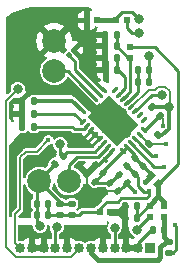
<source format=gbr>
%TF.GenerationSoftware,KiCad,Pcbnew,(6.0.5)*%
%TF.CreationDate,2023-11-22T15:12:11+07:00*%
%TF.ProjectId,lidar,6c696461-722e-46b6-9963-61645f706362,rev?*%
%TF.SameCoordinates,Original*%
%TF.FileFunction,Copper,L1,Top*%
%TF.FilePolarity,Positive*%
%FSLAX46Y46*%
G04 Gerber Fmt 4.6, Leading zero omitted, Abs format (unit mm)*
G04 Created by KiCad (PCBNEW (6.0.5)) date 2023-11-22 15:12:11*
%MOMM*%
%LPD*%
G01*
G04 APERTURE LIST*
G04 Aperture macros list*
%AMRoundRect*
0 Rectangle with rounded corners*
0 $1 Rounding radius*
0 $2 $3 $4 $5 $6 $7 $8 $9 X,Y pos of 4 corners*
0 Add a 4 corners polygon primitive as box body*
4,1,4,$2,$3,$4,$5,$6,$7,$8,$9,$2,$3,0*
0 Add four circle primitives for the rounded corners*
1,1,$1+$1,$2,$3*
1,1,$1+$1,$4,$5*
1,1,$1+$1,$6,$7*
1,1,$1+$1,$8,$9*
0 Add four rect primitives between the rounded corners*
20,1,$1+$1,$2,$3,$4,$5,0*
20,1,$1+$1,$4,$5,$6,$7,0*
20,1,$1+$1,$6,$7,$8,$9,0*
20,1,$1+$1,$8,$9,$2,$3,0*%
%AMRotRect*
0 Rectangle, with rotation*
0 The origin of the aperture is its center*
0 $1 length*
0 $2 width*
0 $3 Rotation angle, in degrees counterclockwise*
0 Add horizontal line*
21,1,$1,$2,0,0,$3*%
G04 Aperture macros list end*
%TA.AperFunction,SMDPad,CuDef*%
%ADD10RoundRect,0.140000X0.140000X0.170000X-0.140000X0.170000X-0.140000X-0.170000X0.140000X-0.170000X0*%
%TD*%
%TA.AperFunction,SMDPad,CuDef*%
%ADD11RoundRect,0.140000X0.219203X0.021213X0.021213X0.219203X-0.219203X-0.021213X-0.021213X-0.219203X0*%
%TD*%
%TA.AperFunction,SMDPad,CuDef*%
%ADD12RoundRect,0.140000X-0.140000X-0.170000X0.140000X-0.170000X0.140000X0.170000X-0.140000X0.170000X0*%
%TD*%
%TA.AperFunction,SMDPad,CuDef*%
%ADD13RoundRect,0.140000X-0.170000X0.140000X-0.170000X-0.140000X0.170000X-0.140000X0.170000X0.140000X0*%
%TD*%
%TA.AperFunction,SMDPad,CuDef*%
%ADD14RoundRect,0.140000X-0.219203X-0.021213X-0.021213X-0.219203X0.219203X0.021213X0.021213X0.219203X0*%
%TD*%
%TA.AperFunction,SMDPad,CuDef*%
%ADD15RoundRect,0.135000X0.226274X0.035355X0.035355X0.226274X-0.226274X-0.035355X-0.035355X-0.226274X0*%
%TD*%
%TA.AperFunction,SMDPad,CuDef*%
%ADD16RoundRect,0.140000X0.021213X-0.219203X0.219203X-0.021213X-0.021213X0.219203X-0.219203X0.021213X0*%
%TD*%
%TA.AperFunction,SMDPad,CuDef*%
%ADD17RoundRect,0.100000X0.021213X0.162635X-0.162635X-0.021213X-0.021213X-0.162635X0.162635X0.021213X0*%
%TD*%
%TA.AperFunction,SMDPad,CuDef*%
%ADD18RoundRect,0.135000X0.035355X-0.226274X0.226274X-0.035355X-0.035355X0.226274X-0.226274X0.035355X0*%
%TD*%
%TA.AperFunction,SMDPad,CuDef*%
%ADD19R,0.600000X0.490000*%
%TD*%
%TA.AperFunction,SMDPad,CuDef*%
%ADD20RotRect,0.490000X0.600000X135.000000*%
%TD*%
%TA.AperFunction,SMDPad,CuDef*%
%ADD21RoundRect,0.135000X-0.135000X-0.185000X0.135000X-0.185000X0.135000X0.185000X-0.135000X0.185000X0*%
%TD*%
%TA.AperFunction,SMDPad,CuDef*%
%ADD22R,0.490000X0.600000*%
%TD*%
%TA.AperFunction,SMDPad,CuDef*%
%ADD23RoundRect,0.140000X-0.021213X0.219203X-0.219203X0.021213X0.021213X-0.219203X0.219203X-0.021213X0*%
%TD*%
%TA.AperFunction,SMDPad,CuDef*%
%ADD24RoundRect,0.002400X-0.127279X-0.293591X0.293591X0.127279X0.127279X0.293591X-0.293591X-0.127279X0*%
%TD*%
%TA.AperFunction,SMDPad,CuDef*%
%ADD25RoundRect,0.002400X0.127279X-0.293591X0.293591X-0.127279X-0.127279X0.293591X-0.293591X0.127279X0*%
%TD*%
%TA.AperFunction,SMDPad,CuDef*%
%ADD26RotRect,2.550000X3.550000X45.000000*%
%TD*%
%TA.AperFunction,ComponentPad*%
%ADD27C,0.400000*%
%TD*%
%TA.AperFunction,SMDPad,CuDef*%
%ADD28RoundRect,0.140000X0.170000X-0.140000X0.170000X0.140000X-0.170000X0.140000X-0.170000X-0.140000X0*%
%TD*%
%TA.AperFunction,ComponentPad*%
%ADD29R,0.850000X0.850000*%
%TD*%
%TA.AperFunction,ComponentPad*%
%ADD30O,0.850000X0.850000*%
%TD*%
%TA.AperFunction,ComponentPad*%
%ADD31C,2.000000*%
%TD*%
%TA.AperFunction,ViaPad*%
%ADD32C,0.400000*%
%TD*%
%TA.AperFunction,ViaPad*%
%ADD33C,0.800000*%
%TD*%
%TA.AperFunction,Conductor*%
%ADD34C,0.250000*%
%TD*%
%TA.AperFunction,Conductor*%
%ADD35C,0.300000*%
%TD*%
%TA.AperFunction,Conductor*%
%ADD36C,0.800000*%
%TD*%
%TA.AperFunction,Conductor*%
%ADD37C,0.600000*%
%TD*%
%TA.AperFunction,Conductor*%
%ADD38C,0.400000*%
%TD*%
%TA.AperFunction,Conductor*%
%ADD39C,0.200000*%
%TD*%
%TA.AperFunction,Conductor*%
%ADD40C,0.239800*%
%TD*%
%TA.AperFunction,Conductor*%
%ADD41C,0.150000*%
%TD*%
G04 APERTURE END LIST*
D10*
%TO.P,C21,1*%
%TO.N,/AVDD_DUT_3P3V*%
X138280000Y-76700000D03*
%TO.P,C21,2*%
%TO.N,GND1*%
X137320000Y-76700000D03*
%TD*%
D11*
%TO.P,C27,1*%
%TO.N,/IOVDD_DUT*%
X136432311Y-88146511D03*
%TO.P,C27,2*%
%TO.N,GND*%
X135753489Y-87467689D03*
%TD*%
D10*
%TO.P,C19,1*%
%TO.N,GND2*%
X132480000Y-91000000D03*
%TO.P,C19,2*%
%TO.N,/VDD_LED*%
X131520000Y-91000000D03*
%TD*%
D12*
%TO.P,C14,1*%
%TO.N,Net-(C14-Pad1)*%
X140100000Y-78700000D03*
%TO.P,C14,2*%
%TO.N,GND*%
X141060000Y-78700000D03*
%TD*%
D13*
%TO.P,C25,1*%
%TO.N,/VDD_LED*%
X133500000Y-90020000D03*
%TO.P,C25,2*%
%TO.N,GND2*%
X133500000Y-90980000D03*
%TD*%
D14*
%TO.P,C7,1*%
%TO.N,/IOVDD_DUT*%
X138460589Y-87560589D03*
%TO.P,C7,2*%
%TO.N,GND*%
X139139411Y-88239411D03*
%TD*%
D10*
%TO.P,C23,1*%
%TO.N,/VDD_3P3*%
X139980000Y-91200000D03*
%TO.P,C23,2*%
%TO.N,GND3*%
X139020000Y-91200000D03*
%TD*%
D14*
%TO.P,C28,1*%
%TO.N,GND*%
X136460589Y-86760589D03*
%TO.P,C28,2*%
%TO.N,/IOVDD_DUT*%
X137139411Y-87439411D03*
%TD*%
D15*
%TO.P,R12,1*%
%TO.N,/SDA_S*%
X141960624Y-82560624D03*
%TO.P,R12,2*%
%TO.N,/IOVDD_DUT*%
X141239376Y-81839376D03*
%TD*%
D16*
%TO.P,C30,1*%
%TO.N,GND2*%
X139860589Y-87539411D03*
%TO.P,C30,2*%
%TO.N,/IOVDD_DUT*%
X140539411Y-86860589D03*
%TD*%
D17*
%TO.P,C17,1*%
%TO.N,GND1*%
X134660589Y-77008040D03*
%TO.P,C17,2*%
%TO.N,Net-(U1-Pad24)*%
X134208041Y-77460588D03*
%TD*%
D18*
%TO.P,R11,1*%
%TO.N,/SCL_S*%
X141039376Y-84960624D03*
%TO.P,R11,2*%
%TO.N,/IOVDD_DUT*%
X141760624Y-84239376D03*
%TD*%
D11*
%TO.P,C8,1*%
%TO.N,GND*%
X138396911Y-88953611D03*
%TO.P,C8,2*%
%TO.N,/IOVDD_DUT*%
X137718089Y-88274789D03*
%TD*%
D12*
%TO.P,C18,1*%
%TO.N,/VDD_LED*%
X131520000Y-90000000D03*
%TO.P,C18,2*%
%TO.N,GND2*%
X132480000Y-90000000D03*
%TD*%
D10*
%TO.P,C15,1*%
%TO.N,Net-(C13-Pad2)*%
X138300000Y-78700000D03*
%TO.P,C15,2*%
%TO.N,GND1*%
X137340000Y-78700000D03*
%TD*%
D19*
%TO.P,FB7,1*%
%TO.N,/VDD_3P3*%
X142300000Y-90245000D03*
%TO.P,FB7,2*%
%TO.N,/VDD_EXT_3P3*%
X142300000Y-91155000D03*
%TD*%
D20*
%TO.P,FB5,1*%
%TO.N,/VDD_3P3*%
X141821734Y-88321734D03*
%TO.P,FB5,2*%
%TO.N,/IOVDD_DUT*%
X141178266Y-87678266D03*
%TD*%
D21*
%TO.P,R17,1*%
%TO.N,GND1*%
X130265000Y-83500000D03*
%TO.P,R17,2*%
%TO.N,Net-(R17-Pad2)*%
X131285000Y-83500000D03*
%TD*%
D22*
%TO.P,FB4,1*%
%TO.N,GND3*%
X137755000Y-90700000D03*
%TO.P,FB4,2*%
%TO.N,GND2*%
X136845000Y-90700000D03*
%TD*%
D23*
%TO.P,C20,1*%
%TO.N,GND2*%
X133739411Y-85960589D03*
%TO.P,C20,2*%
%TO.N,/VDD_LED*%
X133060589Y-86639411D03*
%TD*%
D24*
%TO.P,U1,1,A1*%
%TO.N,Net-(R16-Pad2)*%
X135419060Y-83106066D03*
%TO.P,U1,2,A2*%
%TO.N,Net-(R17-Pad2)*%
X135772614Y-83459619D03*
%TO.P,U1,3,IOVSS*%
%TO.N,GND*%
X136126167Y-83813173D03*
%TO.P,U1,4,TX2*%
X136479720Y-84166726D03*
%TO.P,U1,5,TX1*%
X136833274Y-84520280D03*
%TO.P,U1,6,VSSL*%
%TO.N,GND2*%
X137186827Y-84873833D03*
%TO.P,U1,7,TX0*%
%TO.N,Net-(D1-PadC)*%
X137540381Y-85227386D03*
%TO.P,U1,8,IOVSS*%
%TO.N,GND*%
X137893934Y-85580940D03*
D25*
%TO.P,U1,9,IOVDD*%
%TO.N,/IOVDD_DUT*%
X138813173Y-85580940D03*
%TO.P,U1,10,IOVDD*%
X139166726Y-85227386D03*
%TO.P,U1,11,GP1*%
%TO.N,/GP1*%
X139520280Y-84873833D03*
%TO.P,U1,12,GP2*%
%TO.N,/GP2*%
X139873833Y-84520280D03*
%TO.P,U1,13,SCL_S*%
%TO.N,/SCL_S*%
X140227386Y-84166726D03*
%TO.P,U1,14,SDA_S*%
%TO.N,/SDA_S*%
X140580940Y-83813173D03*
D24*
%TO.P,U1,15,SCL_M*%
%TO.N,unconnected-(U1-Pad15)*%
X140580940Y-82893934D03*
%TO.P,U1,16,SDA_M*%
%TO.N,unconnected-(U1-Pad16)*%
X140227386Y-82540381D03*
%TO.P,U1,17,~{RST_MS}*%
%TO.N,/VSYNC_RST*%
X139873833Y-82186827D03*
%TO.P,U1,18,REG_MODE*%
%TO.N,/IOVDD_DUT*%
X139520280Y-81833274D03*
%TO.P,U1,19,DVDD*%
%TO.N,Net-(C14-Pad1)*%
X139166726Y-81479720D03*
%TO.P,U1,20,AVDD3*%
%TO.N,/AVDD_DUT_3P3V*%
X138813173Y-81126167D03*
%TO.P,U1,21,AVDD*%
%TO.N,Net-(C13-Pad2)*%
X138459619Y-80772614D03*
%TO.P,U1,22*%
%TO.N,N/C*%
X138106066Y-80419060D03*
D25*
%TO.P,U1,23,AVSS*%
%TO.N,GND1*%
X137186827Y-80419060D03*
%TO.P,U1,24,INM*%
%TO.N,Net-(U1-Pad24)*%
X136833274Y-80772614D03*
%TO.P,U1,25,INP*%
%TO.N,Net-(D2-Pad2)*%
X136479720Y-81126167D03*
%TO.P,U1,26,AVSS*%
%TO.N,GND1*%
X136126167Y-81479720D03*
%TO.P,U1,27,AVSS*%
X135772614Y-81833274D03*
%TO.P,U1,28,A0*%
%TO.N,Net-(R15-Pad2)*%
X135419060Y-82186827D03*
D26*
%TO.P,U1,29,AVSS*%
%TO.N,GND1*%
X138000000Y-83000000D03*
D27*
%TO.P,U1,30,AVSS*%
X137275216Y-83724784D03*
%TO.P,U1,31,AVSS*%
X138000000Y-83000000D03*
%TO.P,U1,32,AVSS*%
X138724784Y-82275216D03*
%TO.P,U1,33,AVSS*%
X136921662Y-81921662D03*
%TO.P,U1,34,AVSS*%
X139078338Y-84078338D03*
%TD*%
D28*
%TO.P,C26,1*%
%TO.N,GND2*%
X134500000Y-90980000D03*
%TO.P,C26,2*%
%TO.N,/VDD_LED*%
X134500000Y-90020000D03*
%TD*%
D12*
%TO.P,C13,1*%
%TO.N,GND1*%
X137320000Y-77700000D03*
%TO.P,C13,2*%
%TO.N,Net-(C13-Pad2)*%
X138280000Y-77700000D03*
%TD*%
D19*
%TO.P,FB2,1*%
%TO.N,/VDD_3P3*%
X141100000Y-90245000D03*
%TO.P,FB2,2*%
%TO.N,/VDD_LED*%
X141100000Y-91155000D03*
%TD*%
D22*
%TO.P,FB3,1*%
%TO.N,GND3*%
X136655000Y-74500000D03*
%TO.P,FB3,2*%
%TO.N,GND1*%
X135745000Y-74500000D03*
%TD*%
%TO.P,FB6,1*%
%TO.N,GND3*%
X138245000Y-74500000D03*
%TO.P,FB6,2*%
%TO.N,GND*%
X139155000Y-74500000D03*
%TD*%
D19*
%TO.P,FB1,1*%
%TO.N,/VDD_3P3*%
X139400000Y-76745000D03*
%TO.P,FB1,2*%
%TO.N,/AVDD_DUT_3P3V*%
X139400000Y-77655000D03*
%TD*%
D13*
%TO.P,C37,1*%
%TO.N,/VDD_EXT_3P3*%
X142700000Y-93220000D03*
%TO.P,C37,2*%
%TO.N,GND3*%
X142700000Y-94180000D03*
%TD*%
D21*
%TO.P,R15,1*%
%TO.N,GND1*%
X130290000Y-81300000D03*
%TO.P,R15,2*%
%TO.N,Net-(R15-Pad2)*%
X131310000Y-81300000D03*
%TD*%
D12*
%TO.P,C22,1*%
%TO.N,GND1*%
X137320000Y-75700000D03*
%TO.P,C22,2*%
%TO.N,/AVDD_DUT_3P3V*%
X138280000Y-75700000D03*
%TD*%
D23*
%TO.P,C29,1*%
%TO.N,/IOVDD_DUT*%
X139839411Y-86160589D03*
%TO.P,C29,2*%
%TO.N,GND2*%
X139160589Y-86839411D03*
%TD*%
D21*
%TO.P,R16,1*%
%TO.N,GND1*%
X130265000Y-82400000D03*
%TO.P,R16,2*%
%TO.N,Net-(R16-Pad2)*%
X131285000Y-82400000D03*
%TD*%
D29*
%TO.P,J1,1,Pin_1*%
%TO.N,/SCL_S*%
X141100000Y-93800000D03*
D30*
%TO.P,J1,2,Pin_2*%
%TO.N,GND3*%
X140100000Y-93800000D03*
%TO.P,J1,3,Pin_3*%
X139100000Y-93800000D03*
%TO.P,J1,4,Pin_4*%
%TO.N,/GP1*%
X138100000Y-93800000D03*
%TO.P,J1,5,Pin_5*%
%TO.N,GND3*%
X137100000Y-93800000D03*
%TO.P,J1,6,Pin_6*%
%TO.N,/VDD_EXT_3P3*%
X136100000Y-93800000D03*
%TO.P,J1,7,Pin_7*%
%TO.N,/VSYNC_RST*%
X135100000Y-93800000D03*
%TO.P,J1,8,Pin_8*%
%TO.N,GND3*%
X134100000Y-93800000D03*
%TO.P,J1,9,Pin_9*%
%TO.N,/GP2*%
X133100000Y-93800000D03*
%TO.P,J1,10,Pin_10*%
%TO.N,GND3*%
X132100000Y-93800000D03*
%TO.P,J1,11,Pin_11*%
X131100000Y-93800000D03*
%TO.P,J1,12,Pin_12*%
%TO.N,/SDA_S*%
X130100000Y-93800000D03*
%TD*%
D12*
%TO.P,C24,1*%
%TO.N,GND3*%
X139020000Y-90200000D03*
%TO.P,C24,2*%
%TO.N,/VDD_3P3*%
X139980000Y-90200000D03*
%TD*%
D10*
%TO.P,C16,1*%
%TO.N,GND*%
X141060000Y-79700000D03*
%TO.P,C16,2*%
%TO.N,Net-(C14-Pad1)*%
X140100000Y-79700000D03*
%TD*%
D12*
%TO.P,C38,1*%
%TO.N,GND3*%
X141320000Y-92200000D03*
%TO.P,C38,2*%
%TO.N,/VDD_EXT_3P3*%
X142280000Y-92200000D03*
%TD*%
D31*
%TO.P,D2,1*%
%TO.N,GND1*%
X133000000Y-76230000D03*
%TO.P,D2,2*%
%TO.N,Net-(D2-Pad2)*%
X133000000Y-78770000D03*
%TD*%
%TO.P,D1,A*%
%TO.N,/VDD_LED*%
X131730000Y-88100000D03*
%TO.P,D1,C*%
%TO.N,Net-(D1-PadC)*%
X134270000Y-88100000D03*
%TD*%
D32*
%TO.N,GND1*%
X139000000Y-83100000D03*
X137000000Y-82700000D03*
X137921662Y-84078338D03*
X137856274Y-81891352D03*
%TO.N,GND3*%
X143200000Y-91800000D03*
D33*
X140200000Y-74400000D03*
D32*
%TO.N,GND*%
X130600000Y-90900000D03*
D33*
X140200000Y-75600000D03*
D32*
X129400000Y-90400000D03*
X131700000Y-84300000D03*
D33*
X141000000Y-77500000D03*
D32*
X129400000Y-85700000D03*
X139800000Y-89000000D03*
X132600000Y-85700000D03*
D33*
%TO.N,/VDD_LED*%
X140026944Y-92226944D03*
X131800000Y-91900000D03*
D32*
%TO.N,GND2*%
X140979122Y-88979122D03*
D33*
X133513000Y-84979000D03*
%TO.N,/IOVDD_DUT*%
X142750000Y-81850000D03*
D32*
X140674500Y-88200000D03*
%TO.N,/SCL_S*%
X142500000Y-85000000D03*
%TO.N,/SDA_S*%
X132500000Y-84600000D03*
X142200000Y-83400000D03*
D33*
%TO.N,/GP1*%
X138100000Y-92050500D03*
D32*
X142300000Y-86900000D03*
%TO.N,/GP2*%
X141600000Y-86000000D03*
D33*
X133200000Y-92000000D03*
%TO.N,/VSYNC_RST*%
X142100000Y-80800000D03*
X129900000Y-80300000D03*
%TD*%
D34*
%TO.N,/AVDD_DUT_3P3V*%
X139235000Y-77655000D02*
X138280000Y-76700000D01*
X139450000Y-77705000D02*
X139450000Y-80489800D01*
X139116000Y-80823700D02*
X138813500Y-81126200D01*
X139400000Y-77655000D02*
X139450000Y-77705000D01*
X139400000Y-77655000D02*
X139235000Y-77655000D01*
X138813500Y-81126200D02*
X138813200Y-81126200D01*
X138280000Y-76700000D02*
X138280000Y-75700000D01*
X139450000Y-80489800D02*
X139116000Y-80823700D01*
%TO.N,GND1*%
X133000000Y-76230000D02*
X134730000Y-74500000D01*
D35*
X134100000Y-80000000D02*
X134300000Y-80200000D01*
D36*
X138000000Y-83000000D02*
X136939000Y-81939000D01*
D37*
X136921662Y-81921662D02*
X137856274Y-81891352D01*
D34*
X136600000Y-78700000D02*
X136100000Y-79200000D01*
D36*
X138000000Y-83000000D02*
X139061000Y-84061000D01*
D38*
X131180000Y-80300000D02*
X134400000Y-80300000D01*
D34*
X137320000Y-78700000D02*
X137320000Y-77700000D01*
D36*
X138000000Y-83000000D02*
X137292554Y-83707446D01*
D38*
X130290000Y-81190000D02*
X131180000Y-80300000D01*
D36*
X138000000Y-83000000D02*
X138707446Y-82292554D01*
D35*
X135772614Y-81833274D02*
X134439340Y-80500000D01*
D37*
X137856274Y-81891352D02*
X138371230Y-81921662D01*
D36*
X137300000Y-83000000D02*
X137000000Y-82700000D01*
D35*
X134500000Y-80400000D02*
X134300000Y-80400000D01*
D34*
X137320000Y-75700000D02*
X137300000Y-75720000D01*
D38*
X134400000Y-80300000D02*
X134500000Y-80400000D01*
D37*
X137921662Y-84078338D02*
X137628770Y-84078338D01*
D35*
X136126167Y-81479721D02*
X135952944Y-81652944D01*
X134582739Y-79900000D02*
X134200000Y-79900000D01*
D34*
X135772600Y-81833300D02*
X135773000Y-81833300D01*
X138724800Y-82116300D02*
X138724800Y-82275200D01*
X137340000Y-78700000D02*
X137320000Y-78700000D01*
X138725000Y-82275200D02*
X138725000Y-82116100D01*
D38*
X130290000Y-81300000D02*
X130290000Y-81190000D01*
D35*
X136126167Y-81479720D02*
X136126167Y-81479721D01*
X135952944Y-81652944D02*
X135788430Y-81817458D01*
D34*
X137300000Y-76680000D02*
X137320000Y-76700000D01*
X138725000Y-82116100D02*
X138724800Y-82116300D01*
X134730000Y-74500000D02*
X135745000Y-74500000D01*
X136100000Y-79200000D02*
X136100000Y-79332233D01*
X137320000Y-77700000D02*
X137320000Y-76700000D01*
X137340000Y-78700000D02*
X136600000Y-78700000D01*
X136100000Y-79332233D02*
X137186827Y-80419060D01*
D36*
X138000000Y-83000000D02*
X137300000Y-83000000D01*
D35*
X134200000Y-79900000D02*
X134100000Y-80000000D01*
X136126167Y-81443428D02*
X134582739Y-79900000D01*
D37*
X138371230Y-81921662D02*
X138724784Y-82275216D01*
D34*
X136922000Y-81921700D02*
X136921700Y-81921700D01*
X133450000Y-76680000D02*
X133000000Y-76230000D01*
X137300000Y-75720000D02*
X137300000Y-76680000D01*
D37*
X139078338Y-84078338D02*
X137921662Y-84078338D01*
D35*
X136126167Y-81479720D02*
X136126167Y-81443428D01*
X135952944Y-81652944D02*
X134700000Y-80400000D01*
D37*
X137628770Y-84078338D02*
X137275216Y-83724784D01*
D36*
X137000000Y-82700000D02*
X135700000Y-81400000D01*
D35*
X134700000Y-80400000D02*
X134500000Y-80400000D01*
X134300000Y-80200000D02*
X134700000Y-80200000D01*
D34*
%TO.N,/VDD_3P3*%
X141100000Y-90245000D02*
X140935000Y-90245000D01*
X140935000Y-90245000D02*
X139980000Y-91200000D01*
D38*
X141100000Y-90245000D02*
X141100000Y-90121734D01*
X141100000Y-90121734D02*
X141821734Y-89400000D01*
X142300000Y-89878266D02*
X141821734Y-89400000D01*
X141821734Y-89400000D02*
X141821734Y-88321734D01*
D34*
X143500000Y-86643700D02*
X143500000Y-78745000D01*
D38*
X141100000Y-90245000D02*
X141075000Y-90220000D01*
D34*
X139980000Y-91200000D02*
X139980000Y-90200000D01*
D38*
X142300000Y-90245000D02*
X142300000Y-89878266D01*
D34*
X141822000Y-88321700D02*
X143500000Y-86643700D01*
X143500000Y-78745000D02*
X141500000Y-76745000D01*
X141500000Y-76745000D02*
X139400000Y-76745000D01*
%TO.N,GND3*%
X140900000Y-92500978D02*
X140900000Y-92500000D01*
X140200000Y-74400000D02*
X139600000Y-73800000D01*
X138245000Y-74255000D02*
X138245000Y-74500000D01*
D37*
X137755000Y-90700000D02*
X138520000Y-90700000D01*
D34*
X140900000Y-92500000D02*
X141200000Y-92200000D01*
D37*
X138520000Y-90700000D02*
X139020000Y-90200000D01*
D34*
X140100000Y-93300978D02*
X140900000Y-92500978D01*
X140100000Y-93800000D02*
X140100000Y-93300978D01*
X143334520Y-91934520D02*
X143334520Y-93865480D01*
X143200000Y-91800000D02*
X143334520Y-91934520D01*
X143020000Y-94180000D02*
X142700000Y-94180000D01*
X141200000Y-92200000D02*
X141320000Y-92200000D01*
D37*
X139020000Y-91200000D02*
X138520000Y-90700000D01*
D34*
X143334520Y-93865480D02*
X143020000Y-94180000D01*
D38*
X136655000Y-74500000D02*
X138245000Y-74500000D01*
D34*
X139600000Y-73800000D02*
X138700000Y-73800000D01*
X138700000Y-73800000D02*
X138245000Y-74255000D01*
%TO.N,GND*%
X136829800Y-84516800D02*
X136829800Y-84516700D01*
X139600000Y-75600000D02*
X140200000Y-75600000D01*
X136829800Y-84516700D02*
X136829600Y-84516700D01*
X139155000Y-74500000D02*
X139155000Y-75155000D01*
X138425000Y-88953600D02*
X138782000Y-88596500D01*
X138782300Y-88596500D02*
X139139400Y-88239400D01*
X136126100Y-83813300D02*
X136126100Y-83813400D01*
X135753500Y-87467600D02*
X135753000Y-87467500D01*
X139139411Y-88339411D02*
X139800000Y-89000000D01*
X136480000Y-84166700D02*
X136480000Y-84167000D01*
X138782000Y-88596500D02*
X138782300Y-88596500D01*
D39*
X136377419Y-88953611D02*
X138396911Y-88953611D01*
D34*
X139155000Y-75155000D02*
X139600000Y-75600000D01*
X137893900Y-85581200D02*
X137501000Y-85974100D01*
X136461000Y-86760600D02*
X136146000Y-87074900D01*
X136305500Y-83992600D02*
X136305600Y-83992600D01*
X139139411Y-88239411D02*
X139139411Y-88339411D01*
D39*
X135753489Y-88329681D02*
X136377419Y-88953611D01*
D34*
X136126100Y-83813400D02*
X136126000Y-83813300D01*
X141000000Y-77500000D02*
X141000000Y-78640000D01*
X136714000Y-86760600D02*
X137501000Y-85974100D01*
X136485000Y-84171900D02*
X136305500Y-83992600D01*
X138397000Y-88953600D02*
X138396900Y-88953600D01*
X135753000Y-87467500D02*
X135753000Y-87467700D01*
X141060000Y-79257000D02*
X141060000Y-78700000D01*
X141000000Y-78640000D02*
X141060000Y-78700000D01*
X141060000Y-79700000D02*
X141060000Y-79257000D01*
X137893900Y-85580900D02*
X137893900Y-85581200D01*
X136485000Y-84171900D02*
X136659000Y-84346100D01*
X136833300Y-84520300D02*
X136829800Y-84516800D01*
X138782000Y-88596500D02*
X139139000Y-88239400D01*
X136305500Y-83992600D02*
X136126100Y-83813400D01*
X135754000Y-87467700D02*
X135753500Y-87467600D01*
X138397000Y-88953600D02*
X138425000Y-88953600D01*
X136829600Y-84516700D02*
X136659000Y-84346100D01*
D39*
X135753489Y-87467689D02*
X135753489Y-88329681D01*
D34*
X136480000Y-84167000D02*
X136485000Y-84171900D01*
X136126200Y-83813200D02*
X136126100Y-83813300D01*
X136146000Y-87074900D02*
X136461000Y-86760600D01*
X136460600Y-86760600D02*
X136461000Y-86760600D01*
X135753500Y-87467600D02*
X135753500Y-87467700D01*
X136461000Y-86760600D02*
X136714000Y-86760600D01*
X136305600Y-83992600D02*
X136479700Y-84166700D01*
X136146000Y-87074900D02*
X135753000Y-87467500D01*
%TO.N,/VDD_LED*%
X132839300Y-86861200D02*
X132396000Y-87304700D01*
X131520000Y-91620000D02*
X131800000Y-91900000D01*
D35*
X140028056Y-92226944D02*
X141100000Y-91155000D01*
D34*
X131730000Y-87970000D02*
X132396000Y-87304700D01*
X131520000Y-88310000D02*
X131730000Y-88100000D01*
X131520000Y-91000000D02*
X131520000Y-90000000D01*
X133060600Y-86639900D02*
X133060600Y-86639400D01*
X133500000Y-89870000D02*
X131730000Y-88100000D01*
X132396000Y-87304700D02*
X133061000Y-86639600D01*
X133061000Y-86639400D02*
X132839300Y-86861200D01*
X131520000Y-90000000D02*
X131520000Y-88310000D01*
X134500000Y-90020000D02*
X133500000Y-90020000D01*
X133500000Y-90020000D02*
X133500000Y-89870000D01*
X131730000Y-88100000D02*
X131730000Y-87970000D01*
X133061000Y-86639600D02*
X133061000Y-86639400D01*
X132839300Y-86861200D02*
X133060600Y-86639900D01*
X131520000Y-91000000D02*
X131520000Y-91620000D01*
D35*
X140026944Y-92226944D02*
X140028056Y-92226944D01*
D34*
%TO.N,GND2*%
X135384000Y-90700000D02*
X136845000Y-90700000D01*
X133739000Y-85960400D02*
X133739000Y-85960600D01*
X138687590Y-89565480D02*
X138415480Y-89837590D01*
X140734520Y-89565480D02*
X138687590Y-89565480D01*
X137186800Y-84873800D02*
X137187000Y-84873800D01*
X132480000Y-91000000D02*
X133480000Y-91000000D01*
X139160600Y-86839400D02*
X139161000Y-86839400D01*
X140600000Y-89000000D02*
X140100000Y-88500000D01*
X140979122Y-88979122D02*
X140979122Y-89320878D01*
X134100000Y-85600000D02*
X136461000Y-85600000D01*
X137462410Y-89837590D02*
X136900000Y-90400000D01*
X139861000Y-87539400D02*
X139861000Y-87539000D01*
X133920000Y-85780300D02*
X134100000Y-85600000D01*
X134500000Y-90980000D02*
X135104000Y-90980000D01*
X140979122Y-88979122D02*
X140958244Y-89000000D01*
X137187000Y-84873800D02*
X137187000Y-84874100D01*
X137187000Y-84874100D02*
X136824000Y-85236900D01*
X138415480Y-89837590D02*
X137462410Y-89837590D01*
X132480000Y-90000000D02*
X132480000Y-91000000D01*
X133739400Y-85960600D02*
X133739000Y-85960600D01*
X136824000Y-85236900D02*
X137187000Y-84873800D01*
X139860600Y-87539400D02*
X139861000Y-87539400D01*
X133513000Y-84979000D02*
X133513000Y-85734100D01*
X133500000Y-90980000D02*
X134500000Y-90980000D01*
X139861000Y-87539000D02*
X139161000Y-86839400D01*
X140979122Y-89320878D02*
X140734520Y-89565480D01*
X133920000Y-85780300D02*
X133739000Y-85960400D01*
X136461000Y-85600000D02*
X136824000Y-85236900D01*
X134500000Y-90980000D02*
X135104000Y-90980000D01*
X135104000Y-90980000D02*
X135384000Y-90700000D01*
X140958244Y-89000000D02*
X140600000Y-89000000D01*
X133513000Y-85734100D02*
X133739000Y-85960600D01*
X140100000Y-87778822D02*
X139860589Y-87539411D01*
X140100000Y-88500000D02*
X140100000Y-87778822D01*
X139861000Y-87539000D02*
X139861000Y-87539400D01*
X133739000Y-85960600D02*
X133920000Y-85780300D01*
X133480000Y-91000000D02*
X133500000Y-90980000D01*
%TO.N,/IOVDD_DUT*%
X138813000Y-85580900D02*
X138813000Y-85580800D01*
D35*
X142739376Y-81839376D02*
X141239376Y-81839376D01*
X142750000Y-83650000D02*
X142750000Y-81850000D01*
X142160624Y-84239376D02*
X142750000Y-83650000D01*
D34*
X138432289Y-87560589D02*
X137718089Y-88274789D01*
X138813200Y-85580900D02*
X138813000Y-85580900D01*
X139167000Y-85227400D02*
X139839000Y-85900100D01*
D40*
X139061900Y-85121800D02*
X139061900Y-85122600D01*
D39*
X141810741Y-80100000D02*
X142389259Y-80100000D01*
D34*
X137139400Y-87439400D02*
X137139000Y-87439400D01*
X138813000Y-85580800D02*
X139167000Y-85227400D01*
X139062000Y-85121800D02*
X139062000Y-85122300D01*
D39*
X142799511Y-80510252D02*
X142799511Y-81800489D01*
D40*
X139062000Y-85121800D02*
X139062000Y-85122300D01*
D34*
X141178000Y-87499400D02*
X140539000Y-86860600D01*
X141178000Y-87678300D02*
X141178000Y-87499400D01*
D40*
X139062000Y-85122300D02*
X139062000Y-85122600D01*
D34*
X139166700Y-85227400D02*
X139061900Y-85122600D01*
X137139000Y-87439400D02*
X137139000Y-87254700D01*
X139061900Y-85121800D02*
X139061900Y-85122300D01*
D39*
X140978073Y-80375481D02*
X141535260Y-80375481D01*
D34*
X137139000Y-87254700D02*
X138813000Y-85580900D01*
X136432000Y-88146500D02*
X137139000Y-87439400D01*
X139061900Y-85122300D02*
X139167000Y-85227400D01*
D35*
X141760624Y-84239376D02*
X142160624Y-84239376D01*
D34*
X137718089Y-88274789D02*
X136560589Y-88274789D01*
D39*
X139520280Y-81833274D02*
X140978073Y-80375481D01*
D34*
X139062000Y-85122300D02*
X139167000Y-85227400D01*
D39*
X141535260Y-80375481D02*
X141810741Y-80100000D01*
D34*
X138460589Y-87560589D02*
X138432289Y-87560589D01*
D38*
X140674500Y-88182032D02*
X141178266Y-87678266D01*
D34*
X139167000Y-85227400D02*
X139062000Y-85122600D01*
X136432300Y-88146500D02*
X136432000Y-88146500D01*
D38*
X140674500Y-88200000D02*
X140674500Y-88182032D01*
D35*
X142750000Y-81850000D02*
X142739376Y-81839376D01*
D34*
X139839000Y-86160600D02*
X140539000Y-86860600D01*
X139839400Y-86160600D02*
X139839000Y-86160600D01*
X139839000Y-85900100D02*
X139839000Y-86160600D01*
X138813000Y-85580900D02*
X138813000Y-85580800D01*
X136560589Y-88274789D02*
X136432311Y-88146511D01*
D39*
X142799511Y-81800489D02*
X142750000Y-81850000D01*
X142389259Y-80100000D02*
X142799511Y-80510252D01*
D38*
%TO.N,/VDD_EXT_3P3*%
X141749022Y-94800000D02*
X136700000Y-94800000D01*
X142300000Y-92180000D02*
X142280000Y-92200000D01*
X141990480Y-94558542D02*
X141749022Y-94800000D01*
X142300000Y-91255000D02*
X142300000Y-92180000D01*
X142700000Y-93220000D02*
X142480000Y-93220000D01*
X142280000Y-92800000D02*
X142700000Y-93220000D01*
X136700000Y-94800000D02*
X136100000Y-94200000D01*
X142480000Y-93220000D02*
X141990480Y-93709520D01*
X142280000Y-92200000D02*
X142280000Y-92800000D01*
X136100000Y-94200000D02*
X136100000Y-93800000D01*
X141990480Y-93709520D02*
X141990480Y-94558542D01*
D35*
%TO.N,/SCL_S*%
X141078752Y-85000000D02*
X141039376Y-84960624D01*
D34*
X141039400Y-84960600D02*
X141039000Y-84960600D01*
X140227400Y-84166700D02*
X140227200Y-84166700D01*
X140227200Y-84166700D02*
X140227000Y-84166900D01*
X141039000Y-84960600D02*
X141021000Y-84960600D01*
D41*
X142475500Y-85000000D02*
X141078752Y-85000000D01*
X141021000Y-84960600D02*
X140227000Y-84166900D01*
D34*
%TO.N,/SDA_S*%
X141960600Y-82560600D02*
X141961000Y-82560600D01*
D41*
X142200000Y-83400000D02*
X142200000Y-82800000D01*
D34*
X140581000Y-83813200D02*
X140580900Y-83813200D01*
X141648000Y-82873700D02*
X141961000Y-82560900D01*
D41*
X129675001Y-90924999D02*
X130100000Y-90500000D01*
X130100000Y-93800000D02*
X129675001Y-93375001D01*
D34*
X141961000Y-82560900D02*
X141961000Y-82560600D01*
D41*
X130600000Y-85600000D02*
X131500000Y-85600000D01*
X131500000Y-85600000D02*
X132500000Y-84600000D01*
D34*
X140708000Y-83813200D02*
X141648000Y-82873700D01*
D41*
X142200000Y-82800000D02*
X141960624Y-82560624D01*
X130100000Y-86100000D02*
X130600000Y-85600000D01*
X130100000Y-90500000D02*
X130100000Y-86100000D01*
D34*
X141961000Y-82560600D02*
X141648000Y-82873700D01*
X140581000Y-83813200D02*
X140708000Y-83813200D01*
D41*
X129675001Y-93375001D02*
X129675001Y-90924999D01*
D34*
%TO.N,/GP1*%
X139520280Y-84873833D02*
X139520280Y-84944895D01*
X139537673Y-84962255D02*
X141475418Y-86900000D01*
X139520280Y-84944895D02*
X139537673Y-84962255D01*
X138100000Y-92050500D02*
X138100000Y-93800000D01*
X141475418Y-86900000D02*
X142200000Y-86900000D01*
%TO.N,/GP2*%
X140140790Y-84787237D02*
X140140790Y-84902817D01*
X133100000Y-92100000D02*
X133200000Y-92000000D01*
X133100000Y-93800000D02*
X133100000Y-92100000D01*
X141237973Y-86000000D02*
X141600000Y-86000000D01*
X140140790Y-84902817D02*
X141237973Y-86000000D01*
X139873833Y-84520280D02*
X140140790Y-84787237D01*
%TO.N,/VSYNC_RST*%
X135100000Y-93859970D02*
X135100000Y-93800000D01*
X141260660Y-80800000D02*
X139873833Y-82186827D01*
D41*
X128900000Y-93659970D02*
X129789541Y-94549511D01*
X134410459Y-94549511D02*
X135100000Y-93859970D01*
X129789541Y-94549511D02*
X134410459Y-94549511D01*
X128900000Y-81300000D02*
X128900000Y-93659970D01*
X129900000Y-80300000D02*
X128900000Y-81300000D01*
D34*
X142100000Y-80800000D02*
X141260660Y-80800000D01*
%TO.N,Net-(D1-PadC)*%
X137129000Y-85638400D02*
X137540000Y-85227400D01*
X137540000Y-85227400D02*
X137540400Y-85227400D01*
X134270000Y-88100000D02*
X134270000Y-86730000D01*
X136718000Y-86049500D02*
X137129000Y-85638400D01*
X134950000Y-86049500D02*
X136718000Y-86049500D01*
X134270000Y-86730000D02*
X134950000Y-86049500D01*
%TO.N,Net-(D2-Pad2)*%
X136480000Y-81126200D02*
X135302000Y-79948100D01*
X133000000Y-78770000D02*
X134124000Y-78770000D01*
X134124000Y-78770000D02*
X135302000Y-79948100D01*
X135302000Y-79948100D02*
X136480000Y-81125800D01*
X136479700Y-81126200D02*
X136480000Y-81126200D01*
X136480000Y-81125800D02*
X136480000Y-81126200D01*
D35*
%TO.N,Net-(R15-Pad2)*%
X134532233Y-81300000D02*
X131310000Y-81300000D01*
X135419060Y-82186827D02*
X134532233Y-81300000D01*
D34*
%TO.N,Net-(R16-Pad2)*%
X135419000Y-83106100D02*
X135419100Y-83106100D01*
X131285000Y-82400000D02*
X134700000Y-82400000D01*
X134700000Y-82400000D02*
X135406000Y-83106100D01*
X135406000Y-83106100D02*
X135419000Y-83106100D01*
%TO.N,Net-(R17-Pad2)*%
X135505624Y-83726576D02*
X135772600Y-83459600D01*
X134726576Y-83726576D02*
X135505624Y-83726576D01*
X131285000Y-83500000D02*
X134500000Y-83500000D01*
X134500000Y-83500000D02*
X134726576Y-83726576D01*
%TO.N,Net-(C13-Pad2)*%
X138459600Y-80772600D02*
X138729800Y-80502400D01*
X138300000Y-78700000D02*
X138300000Y-77720000D01*
X138729800Y-80502400D02*
X138730000Y-80502400D01*
X139000000Y-80232200D02*
X138730000Y-80502400D01*
X139000000Y-79300000D02*
X139000000Y-80232200D01*
X138400000Y-78700000D02*
X139000000Y-79300000D01*
X138300000Y-77720000D02*
X138280000Y-77700000D01*
X138300000Y-78700000D02*
X138400000Y-78700000D01*
%TO.N,Net-(C14-Pad1)*%
X140100000Y-80546446D02*
X140100000Y-79700000D01*
X139166726Y-81479720D02*
X140100000Y-80546446D01*
X140100000Y-78700000D02*
X140100000Y-79700000D01*
%TO.N,Net-(U1-Pad24)*%
X134208041Y-77460588D02*
X134208041Y-77460589D01*
X134773726Y-78026274D02*
X134773726Y-78713026D01*
X135700000Y-79639340D02*
X136833274Y-80772614D01*
X134773726Y-78713026D02*
X135700000Y-79639300D01*
X134208041Y-77460589D02*
X134773726Y-78026274D01*
X135700000Y-79639300D02*
X135700000Y-79639340D01*
%TD*%
%TA.AperFunction,Conductor*%
%TO.N,GND*%
G36*
X130554593Y-88377844D02*
G01*
X130570454Y-88411666D01*
X130592395Y-88498058D01*
X130593511Y-88502452D01*
X130685883Y-88702821D01*
X130813222Y-88883002D01*
X130971264Y-89036961D01*
X130975037Y-89039482D01*
X131150501Y-89156723D01*
X131188381Y-89204773D01*
X131194500Y-89239039D01*
X131194500Y-89492952D01*
X131175593Y-89551143D01*
X131165504Y-89562956D01*
X131096776Y-89631684D01*
X131093116Y-89639532D01*
X131093115Y-89639534D01*
X131071339Y-89686233D01*
X131046028Y-89740513D01*
X131039500Y-89790099D01*
X131039501Y-90209900D01*
X131039924Y-90213110D01*
X131039924Y-90213117D01*
X131044783Y-90250029D01*
X131046028Y-90259487D01*
X131049231Y-90266355D01*
X131092113Y-90358316D01*
X131096776Y-90368316D01*
X131158456Y-90429996D01*
X131186233Y-90484513D01*
X131176662Y-90544945D01*
X131158456Y-90570004D01*
X131096776Y-90631684D01*
X131093116Y-90639532D01*
X131093115Y-90639534D01*
X131052621Y-90726375D01*
X131046028Y-90740513D01*
X131039500Y-90790099D01*
X131039501Y-90962613D01*
X131039501Y-91101000D01*
X131020594Y-91159190D01*
X130971094Y-91195154D01*
X130940501Y-91200000D01*
X130049501Y-91200000D01*
X129991310Y-91181093D01*
X129955346Y-91131593D01*
X129950501Y-91101000D01*
X129950501Y-91080123D01*
X129969408Y-91021932D01*
X129979497Y-91010119D01*
X130268731Y-90720885D01*
X130283733Y-90708574D01*
X130290514Y-90704043D01*
X130298624Y-90698624D01*
X130314744Y-90674500D01*
X130359515Y-90607495D01*
X130380897Y-90500000D01*
X130377402Y-90482429D01*
X130375500Y-90463116D01*
X130375500Y-88436035D01*
X130394407Y-88377844D01*
X130443907Y-88341880D01*
X130505093Y-88341880D01*
X130554593Y-88377844D01*
G37*
%TD.AperFunction*%
%TA.AperFunction,Conductor*%
G36*
X136137171Y-83661323D02*
G01*
X136162230Y-83679530D01*
X136387796Y-83905097D01*
X136479720Y-83997020D01*
X136966917Y-84484217D01*
X136994694Y-84538733D01*
X136985123Y-84599165D01*
X136966917Y-84624224D01*
X136925500Y-84665641D01*
X136870983Y-84693418D01*
X136856780Y-84691169D01*
X136827445Y-84695815D01*
X136357873Y-85165386D01*
X136343882Y-85192844D01*
X136339509Y-85220448D01*
X136296243Y-85263711D01*
X136251301Y-85274500D01*
X134188741Y-85274500D01*
X134130550Y-85255593D01*
X134094586Y-85206093D01*
X134094586Y-85148214D01*
X134093881Y-85148025D01*
X134094586Y-85145394D01*
X134094586Y-85144907D01*
X134095062Y-85143616D01*
X134095560Y-85141759D01*
X134098044Y-85135762D01*
X134116486Y-84995684D01*
X134117835Y-84985434D01*
X134118682Y-84979000D01*
X134098239Y-84823719D01*
X135998262Y-84823719D01*
X135999058Y-84828749D01*
X136023817Y-84853508D01*
X136027778Y-84857061D01*
X136069787Y-84890837D01*
X136074113Y-84893501D01*
X136106499Y-84925887D01*
X136109163Y-84930213D01*
X136142939Y-84972222D01*
X136146492Y-84976183D01*
X136165993Y-84995684D01*
X136177876Y-85001738D01*
X136182907Y-85000942D01*
X136652480Y-84531368D01*
X136658536Y-84519482D01*
X136657740Y-84514452D01*
X136490806Y-84347518D01*
X136478923Y-84341464D01*
X136473892Y-84342260D01*
X136004319Y-84811832D01*
X135998262Y-84823719D01*
X134098239Y-84823719D01*
X134098044Y-84822238D01*
X134037536Y-84676159D01*
X133941282Y-84550718D01*
X133836304Y-84470166D01*
X135644709Y-84470166D01*
X135645505Y-84475196D01*
X135670264Y-84499955D01*
X135674225Y-84503508D01*
X135716238Y-84537288D01*
X135720563Y-84539951D01*
X135752942Y-84572330D01*
X135755605Y-84576655D01*
X135789385Y-84618668D01*
X135792938Y-84622629D01*
X135812439Y-84642130D01*
X135824322Y-84648184D01*
X135829353Y-84647388D01*
X136298926Y-84177814D01*
X136304982Y-84165928D01*
X136304186Y-84160897D01*
X136218090Y-84074801D01*
X136137254Y-83993966D01*
X136125370Y-83987911D01*
X136120338Y-83988708D01*
X135650766Y-84458279D01*
X135644709Y-84470166D01*
X133836304Y-84470166D01*
X133815841Y-84454464D01*
X133669762Y-84393956D01*
X133513000Y-84373318D01*
X133356238Y-84393956D01*
X133210159Y-84454464D01*
X133084718Y-84550718D01*
X133080764Y-84555871D01*
X133078294Y-84558341D01*
X133023777Y-84586118D01*
X132963345Y-84576547D01*
X132920080Y-84533282D01*
X132910509Y-84503822D01*
X132906124Y-84476134D01*
X132906124Y-84476133D01*
X132904905Y-84468438D01*
X132856439Y-84373318D01*
X132847969Y-84356694D01*
X132847968Y-84356692D01*
X132844433Y-84349755D01*
X132750245Y-84255567D01*
X132743308Y-84252032D01*
X132743306Y-84252031D01*
X132638502Y-84198631D01*
X132638501Y-84198631D01*
X132631562Y-84195095D01*
X132623869Y-84193876D01*
X132623867Y-84193876D01*
X132507697Y-84175477D01*
X132500000Y-84174258D01*
X132492303Y-84175477D01*
X132376133Y-84193876D01*
X132376131Y-84193876D01*
X132368438Y-84195095D01*
X132361499Y-84198631D01*
X132361498Y-84198631D01*
X132256694Y-84252031D01*
X132256692Y-84252032D01*
X132249755Y-84255567D01*
X132155567Y-84349755D01*
X132152032Y-84356692D01*
X132152031Y-84356694D01*
X132143561Y-84373318D01*
X132095095Y-84468438D01*
X132093876Y-84476131D01*
X132093876Y-84476133D01*
X132077955Y-84576655D01*
X132074258Y-84600000D01*
X132073532Y-84599885D01*
X132056570Y-84652090D01*
X132046481Y-84663903D01*
X131414880Y-85295504D01*
X131360363Y-85323281D01*
X131344876Y-85324500D01*
X130636885Y-85324500D01*
X130617572Y-85322598D01*
X130609563Y-85321005D01*
X130609562Y-85321005D01*
X130600000Y-85319103D01*
X130572868Y-85324500D01*
X130572867Y-85324500D01*
X130537442Y-85331547D01*
X130502070Y-85338582D01*
X130502068Y-85338583D01*
X130492505Y-85340485D01*
X130452697Y-85367084D01*
X130424378Y-85386006D01*
X130424377Y-85386007D01*
X130401376Y-85401376D01*
X130395957Y-85409486D01*
X130391426Y-85416267D01*
X130379115Y-85431269D01*
X129931269Y-85879115D01*
X129916267Y-85891426D01*
X129901376Y-85901376D01*
X129886007Y-85924377D01*
X129886006Y-85924378D01*
X129876935Y-85937954D01*
X129840485Y-85992505D01*
X129838583Y-86002068D01*
X129838582Y-86002070D01*
X129830671Y-86041841D01*
X129829745Y-86046498D01*
X129819103Y-86100000D01*
X129822184Y-86115486D01*
X129822598Y-86117569D01*
X129824500Y-86136884D01*
X129824500Y-90344876D01*
X129805593Y-90403067D01*
X129795504Y-90414880D01*
X129506270Y-90704114D01*
X129491268Y-90716425D01*
X129476377Y-90726375D01*
X129461008Y-90749376D01*
X129461007Y-90749377D01*
X129454233Y-90759515D01*
X129415486Y-90817504D01*
X129399501Y-90897866D01*
X129394104Y-90924999D01*
X129396006Y-90934560D01*
X129397599Y-90942568D01*
X129399501Y-90961883D01*
X129399501Y-91060130D01*
X129380594Y-91118321D01*
X129331094Y-91154285D01*
X129276845Y-91156262D01*
X129250839Y-91149862D01*
X129198855Y-91117597D01*
X129175763Y-91060937D01*
X129175500Y-91053731D01*
X129175500Y-85140776D01*
X129194407Y-85082585D01*
X129200590Y-85074911D01*
X129564024Y-84667087D01*
X129564390Y-84666678D01*
X129565325Y-84665641D01*
X129571196Y-84659126D01*
X129571835Y-84658423D01*
X129578844Y-84650815D01*
X129579146Y-84650489D01*
X130136574Y-84052024D01*
X130190070Y-84022330D01*
X130209017Y-84020500D01*
X130439316Y-84020500D01*
X130488173Y-84014068D01*
X130495042Y-84010865D01*
X130587554Y-83967726D01*
X130587556Y-83967725D01*
X130595404Y-83964065D01*
X130679065Y-83880404D01*
X130685277Y-83867081D01*
X130727005Y-83822336D01*
X130787067Y-83810662D01*
X130842519Y-83836521D01*
X130864722Y-83867080D01*
X130870935Y-83880404D01*
X130954596Y-83964065D01*
X130962444Y-83967725D01*
X130962446Y-83967726D01*
X131054958Y-84010865D01*
X131061827Y-84014068D01*
X131110684Y-84020500D01*
X131459316Y-84020500D01*
X131508173Y-84014068D01*
X131515042Y-84010865D01*
X131607554Y-83967726D01*
X131607556Y-83967725D01*
X131615404Y-83964065D01*
X131699065Y-83880404D01*
X131702724Y-83872557D01*
X131706114Y-83867716D01*
X131754979Y-83830894D01*
X131787210Y-83825500D01*
X134324166Y-83825500D01*
X134382357Y-83844407D01*
X134394170Y-83854496D01*
X134483307Y-83943633D01*
X134489141Y-83950000D01*
X134514121Y-83979770D01*
X134538710Y-83993966D01*
X134547781Y-83999203D01*
X134555065Y-84003844D01*
X134586892Y-84026130D01*
X134595260Y-84028372D01*
X134600547Y-84030838D01*
X134606032Y-84032834D01*
X134613531Y-84037164D01*
X134622057Y-84038667D01*
X134622059Y-84038668D01*
X134651792Y-84043910D01*
X134660226Y-84045780D01*
X134697769Y-84055840D01*
X134736484Y-84052453D01*
X134745113Y-84052076D01*
X135258862Y-84052076D01*
X135317053Y-84070983D01*
X135348984Y-84110099D01*
X135395600Y-84212624D01*
X135402054Y-84223104D01*
X135435832Y-84265115D01*
X135439385Y-84269076D01*
X135458886Y-84288577D01*
X135470769Y-84294631D01*
X135475800Y-84293835D01*
X135945376Y-83824259D01*
X135951431Y-83812375D01*
X135950837Y-83808626D01*
X135960409Y-83748194D01*
X135978614Y-83723137D01*
X136022222Y-83679529D01*
X136076739Y-83651752D01*
X136137171Y-83661323D01*
G37*
%TD.AperFunction*%
%TA.AperFunction,Conductor*%
G36*
X133045528Y-88296995D02*
G01*
X133089353Y-88339691D01*
X133097691Y-88361414D01*
X133133511Y-88502452D01*
X133225883Y-88702821D01*
X133353222Y-88883002D01*
X133511264Y-89036961D01*
X133694717Y-89159540D01*
X133897436Y-89246635D01*
X133933927Y-89254892D01*
X134108206Y-89294328D01*
X134108211Y-89294329D01*
X134112632Y-89295329D01*
X134222865Y-89299660D01*
X134328565Y-89303813D01*
X134328566Y-89303813D01*
X134333098Y-89303991D01*
X134551452Y-89272331D01*
X134555751Y-89270872D01*
X134555754Y-89270871D01*
X134756078Y-89202870D01*
X134760379Y-89201410D01*
X134764344Y-89199190D01*
X134948925Y-89095819D01*
X134952884Y-89093602D01*
X135122518Y-88952518D01*
X135263602Y-88782884D01*
X135355272Y-88619196D01*
X135369192Y-88594340D01*
X135369193Y-88594338D01*
X135371410Y-88590379D01*
X135402749Y-88498058D01*
X135440871Y-88385754D01*
X135440872Y-88385751D01*
X135441951Y-88382573D01*
X135442331Y-88381452D01*
X135443058Y-88381699D01*
X135473030Y-88332788D01*
X135529558Y-88309372D01*
X135561948Y-88312177D01*
X135644380Y-88333343D01*
X135656646Y-88334892D01*
X135807906Y-88334892D01*
X135820175Y-88333342D01*
X135830287Y-88330746D01*
X135891352Y-88334588D01*
X135933449Y-88366369D01*
X135942146Y-88377704D01*
X135942157Y-88377716D01*
X135944124Y-88380280D01*
X136198542Y-88634697D01*
X136238221Y-88665145D01*
X136274145Y-88678220D01*
X136342922Y-88703253D01*
X136342925Y-88703254D01*
X136351059Y-88706214D01*
X136471137Y-88706214D01*
X136479271Y-88703254D01*
X136479274Y-88703253D01*
X136548051Y-88678220D01*
X136583975Y-88665145D01*
X136589980Y-88660537D01*
X136589982Y-88660536D01*
X136621079Y-88636673D01*
X136623653Y-88634698D01*
X136629066Y-88629285D01*
X136683583Y-88601508D01*
X136699070Y-88600289D01*
X137280626Y-88600289D01*
X137338817Y-88619196D01*
X137350629Y-88629285D01*
X137420042Y-88698697D01*
X137484320Y-88762975D01*
X137486882Y-88764941D01*
X137498236Y-88773654D01*
X137532889Y-88824081D01*
X137533854Y-88876813D01*
X137531258Y-88886925D01*
X137529708Y-88899194D01*
X137529708Y-89050454D01*
X137531257Y-89062721D01*
X137555346Y-89156537D01*
X137551504Y-89217602D01*
X137524335Y-89250443D01*
X137475194Y-89283204D01*
X137475192Y-89283205D01*
X137300000Y-89400000D01*
X137000000Y-89600000D01*
X137000000Y-89835301D01*
X136994282Y-89845392D01*
X136669170Y-90170504D01*
X136614653Y-90198281D01*
X136599166Y-90199500D01*
X136580252Y-90199500D01*
X136554005Y-90204721D01*
X136531334Y-90209230D01*
X136531332Y-90209231D01*
X136521769Y-90211133D01*
X136455448Y-90255448D01*
X136411133Y-90321769D01*
X136410096Y-90321076D01*
X136376931Y-90359910D01*
X136325201Y-90374500D01*
X135402534Y-90374500D01*
X135393905Y-90374123D01*
X135380818Y-90372978D01*
X135355193Y-90370736D01*
X135346826Y-90372978D01*
X135317651Y-90380796D01*
X135309216Y-90382666D01*
X135279483Y-90387908D01*
X135279481Y-90387909D01*
X135270955Y-90389412D01*
X135263456Y-90393742D01*
X135257971Y-90395738D01*
X135252684Y-90398204D01*
X135244316Y-90400446D01*
X135223703Y-90414880D01*
X135212489Y-90422732D01*
X135205208Y-90427371D01*
X135171545Y-90446806D01*
X135161145Y-90459200D01*
X135146569Y-90476571D01*
X135140735Y-90482939D01*
X135037611Y-90586063D01*
X134983094Y-90613840D01*
X134922662Y-90604269D01*
X134897603Y-90586063D01*
X134881544Y-90570004D01*
X134853767Y-90515487D01*
X134863338Y-90455055D01*
X134881544Y-90429996D01*
X134953224Y-90358316D01*
X134959201Y-90345500D01*
X135000769Y-90256356D01*
X135003972Y-90249487D01*
X135010500Y-90199901D01*
X135010499Y-89840100D01*
X135009868Y-89835301D01*
X135004961Y-89798025D01*
X135004961Y-89798024D01*
X135003972Y-89790513D01*
X134980657Y-89740513D01*
X134956885Y-89689534D01*
X134956884Y-89689532D01*
X134953224Y-89681684D01*
X134868316Y-89596776D01*
X134860468Y-89593116D01*
X134860466Y-89593115D01*
X134766356Y-89549231D01*
X134759487Y-89546028D01*
X134709901Y-89539500D01*
X134500033Y-89539500D01*
X134290100Y-89539501D01*
X134286890Y-89539924D01*
X134286883Y-89539924D01*
X134248025Y-89545039D01*
X134248024Y-89545039D01*
X134240513Y-89546028D01*
X134204539Y-89562803D01*
X134139534Y-89593115D01*
X134139532Y-89593116D01*
X134131684Y-89596776D01*
X134070004Y-89658456D01*
X134015487Y-89686233D01*
X133955055Y-89676662D01*
X133929996Y-89658456D01*
X133868316Y-89596776D01*
X133860468Y-89593116D01*
X133860466Y-89593115D01*
X133766356Y-89549231D01*
X133759487Y-89546028D01*
X133709901Y-89539500D01*
X133670834Y-89539500D01*
X133612643Y-89520593D01*
X133600830Y-89510504D01*
X132830300Y-88739974D01*
X132802523Y-88685457D01*
X132813928Y-88621595D01*
X132829190Y-88594343D01*
X132831410Y-88590379D01*
X132862749Y-88498058D01*
X132900871Y-88385754D01*
X132900872Y-88385751D01*
X132902331Y-88381452D01*
X132903763Y-88371575D01*
X132930826Y-88316700D01*
X132984976Y-88288213D01*
X133045528Y-88296995D01*
G37*
%TD.AperFunction*%
%TA.AperFunction,Conductor*%
G36*
X132871029Y-84939728D02*
G01*
X132906993Y-84989228D01*
X132910991Y-85006899D01*
X132927956Y-85135762D01*
X132930440Y-85141759D01*
X132933114Y-85148214D01*
X132988464Y-85281841D01*
X133084718Y-85407282D01*
X133089871Y-85411236D01*
X133148767Y-85456428D01*
X133183423Y-85506852D01*
X133187500Y-85534970D01*
X133187500Y-85715330D01*
X133187114Y-85724067D01*
X133184469Y-85753914D01*
X133184469Y-85753917D01*
X133183705Y-85762543D01*
X133191167Y-85790516D01*
X133191964Y-85793503D01*
X133189338Y-85852876D01*
X133182670Y-85871197D01*
X133182669Y-85871200D01*
X133179708Y-85879337D01*
X133179708Y-85980708D01*
X133160801Y-86038899D01*
X133111301Y-86074863D01*
X133080708Y-86079708D01*
X132979337Y-86079708D01*
X132971203Y-86082668D01*
X132971200Y-86082669D01*
X132897315Y-86109561D01*
X132866499Y-86120777D01*
X132860492Y-86125387D01*
X132860491Y-86125387D01*
X132829389Y-86149252D01*
X132829382Y-86149258D01*
X132826820Y-86151224D01*
X132572403Y-86405642D01*
X132541955Y-86445321D01*
X132539366Y-86452435D01*
X132503847Y-86550022D01*
X132503846Y-86550025D01*
X132500886Y-86558159D01*
X132500886Y-86678237D01*
X132501965Y-86681203D01*
X132493878Y-86738730D01*
X132474918Y-86765316D01*
X132278596Y-86961727D01*
X132224086Y-86989517D01*
X132171893Y-86983691D01*
X132072421Y-86944006D01*
X131856024Y-86900962D01*
X131747347Y-86899539D01*
X131639946Y-86898133D01*
X131639941Y-86898133D01*
X131635406Y-86898074D01*
X131630933Y-86898843D01*
X131630928Y-86898843D01*
X131422435Y-86934668D01*
X131422429Y-86934670D01*
X131417957Y-86935438D01*
X131318154Y-86972257D01*
X131215220Y-87010231D01*
X131215217Y-87010232D01*
X131210957Y-87011804D01*
X131207054Y-87014126D01*
X131207052Y-87014127D01*
X131142090Y-87052776D01*
X131021341Y-87124614D01*
X131017926Y-87127609D01*
X131017923Y-87127611D01*
X130975775Y-87164574D01*
X130855457Y-87270090D01*
X130852649Y-87273652D01*
X130740399Y-87416042D01*
X130718863Y-87443360D01*
X130716749Y-87447378D01*
X130671346Y-87533675D01*
X130616131Y-87638620D01*
X130614789Y-87642944D01*
X130614785Y-87642952D01*
X130569047Y-87790255D01*
X130533734Y-87840222D01*
X130475796Y-87859890D01*
X130417363Y-87841746D01*
X130380754Y-87792721D01*
X130375500Y-87760898D01*
X130375500Y-86255124D01*
X130394407Y-86196933D01*
X130404496Y-86185120D01*
X130685120Y-85904496D01*
X130739637Y-85876719D01*
X130755124Y-85875500D01*
X131463116Y-85875500D01*
X131482429Y-85877402D01*
X131500000Y-85880897D01*
X131527132Y-85875500D01*
X131527133Y-85875500D01*
X131569162Y-85867140D01*
X131597930Y-85861418D01*
X131597932Y-85861417D01*
X131607495Y-85859515D01*
X131666678Y-85819970D01*
X131675622Y-85813994D01*
X131675623Y-85813993D01*
X131675710Y-85813935D01*
X131690518Y-85804041D01*
X131690520Y-85804039D01*
X131698624Y-85798624D01*
X131704039Y-85790520D01*
X131704043Y-85790516D01*
X131708578Y-85783729D01*
X131720888Y-85768728D01*
X132436097Y-85053519D01*
X132490614Y-85025742D01*
X132496884Y-85025248D01*
X132500000Y-85025742D01*
X132507697Y-85024523D01*
X132623867Y-85006124D01*
X132623869Y-85006124D01*
X132631562Y-85004905D01*
X132669776Y-84985434D01*
X132743302Y-84947971D01*
X132743304Y-84947970D01*
X132750245Y-84944433D01*
X132755096Y-84939582D01*
X132812838Y-84920821D01*
X132871029Y-84939728D01*
G37*
%TD.AperFunction*%
%TA.AperFunction,Conductor*%
G36*
X135616352Y-86393907D02*
G01*
X135652316Y-86443407D01*
X135652316Y-86504593D01*
X135644916Y-86521693D01*
X135637104Y-86535904D01*
X135632553Y-86547397D01*
X135628266Y-86564095D01*
X135595482Y-86615756D01*
X135556995Y-86635366D01*
X135540297Y-86639653D01*
X135528804Y-86644204D01*
X135395217Y-86717643D01*
X135388520Y-86722270D01*
X135381881Y-86733104D01*
X135382131Y-86736281D01*
X135383820Y-86738809D01*
X135742403Y-87097392D01*
X135754286Y-87103446D01*
X135759317Y-87102650D01*
X136390585Y-86471383D01*
X136445102Y-86443606D01*
X136505534Y-86453177D01*
X136530593Y-86471383D01*
X136749796Y-86690586D01*
X136777573Y-86745103D01*
X136768002Y-86805535D01*
X136749796Y-86830594D01*
X135823494Y-87756896D01*
X135768977Y-87784673D01*
X135708545Y-87775102D01*
X135683486Y-87756896D01*
X135028802Y-87102213D01*
X135016919Y-87096159D01*
X134988257Y-87100698D01*
X134987958Y-87098810D01*
X134973950Y-87103979D01*
X134917231Y-87088783D01*
X134821193Y-87028188D01*
X134821187Y-87028185D01*
X134817350Y-87025764D01*
X134683233Y-86972257D01*
X134636191Y-86933133D01*
X134621130Y-86873830D01*
X134643803Y-86817001D01*
X134649889Y-86810327D01*
X134781979Y-86678140D01*
X135055896Y-86404022D01*
X135110401Y-86376225D01*
X135125924Y-86375000D01*
X135558161Y-86375000D01*
X135616352Y-86393907D01*
G37*
%TD.AperFunction*%
%TA.AperFunction,Conductor*%
G36*
X137938879Y-85463032D02*
G01*
X137963938Y-85481238D01*
X137993636Y-85510936D01*
X138021413Y-85565453D01*
X138011842Y-85625885D01*
X137993636Y-85650944D01*
X137418530Y-86226049D01*
X137412476Y-86237932D01*
X137413272Y-86242963D01*
X137438031Y-86267722D01*
X137441992Y-86271276D01*
X137478048Y-86300265D01*
X137511551Y-86351463D01*
X137508563Y-86412575D01*
X137486014Y-86447428D01*
X137432604Y-86500831D01*
X137378086Y-86528605D01*
X137317654Y-86519030D01*
X137275850Y-86478516D01*
X137210639Y-86359897D01*
X137204915Y-86351615D01*
X137185530Y-86328920D01*
X137182903Y-86326077D01*
X137112310Y-86255484D01*
X137084533Y-86200967D01*
X137094104Y-86140535D01*
X137112301Y-86115486D01*
X137115533Y-86112253D01*
X137139205Y-86088576D01*
X137193717Y-86060791D01*
X137221207Y-86065143D01*
X137243567Y-86061602D01*
X137823930Y-85481238D01*
X137878447Y-85453461D01*
X137938879Y-85463032D01*
G37*
%TD.AperFunction*%
%TD*%
%TA.AperFunction,Conductor*%
%TO.N,GND1*%
G36*
X138735789Y-83459798D02*
G01*
X138760848Y-83478004D01*
X139415363Y-84132519D01*
X139432955Y-84167045D01*
X139166687Y-84433313D01*
X139149141Y-84428733D01*
X139132519Y-84415362D01*
X138795495Y-84078338D01*
X138478005Y-83760847D01*
X138450228Y-83706330D01*
X138459799Y-83645898D01*
X138478005Y-83620839D01*
X138620840Y-83478004D01*
X138675357Y-83450227D01*
X138735789Y-83459798D01*
G37*
%TD.AperFunction*%
%TA.AperFunction,Conductor*%
G36*
X135910854Y-73401719D02*
G01*
X136008119Y-73417124D01*
X136037577Y-73426696D01*
X136121142Y-73469275D01*
X136146201Y-73487480D01*
X136191584Y-73532863D01*
X136219361Y-73587380D01*
X136209790Y-73647812D01*
X136166525Y-73691077D01*
X136106093Y-73700648D01*
X136098676Y-73699181D01*
X136094036Y-73698078D01*
X136040748Y-73692289D01*
X136035414Y-73692000D01*
X136005680Y-73692000D01*
X135992995Y-73696122D01*
X135990000Y-73700243D01*
X135990000Y-75292319D01*
X135994122Y-75305004D01*
X135998243Y-75307999D01*
X136035411Y-75307999D01*
X136040751Y-75307710D01*
X136094035Y-75301922D01*
X136106020Y-75299073D01*
X136229855Y-75252649D01*
X136242108Y-75245941D01*
X136347256Y-75167137D01*
X136357137Y-75157256D01*
X136435943Y-75052105D01*
X136436025Y-75051955D01*
X136436128Y-75051858D01*
X136440172Y-75046462D01*
X136441109Y-75047164D01*
X136480555Y-75009995D01*
X136522861Y-75000500D01*
X136566741Y-75000500D01*
X136624932Y-75019407D01*
X136660896Y-75068907D01*
X136660896Y-75130093D01*
X136651955Y-75149895D01*
X136583738Y-75265244D01*
X136578832Y-75276582D01*
X136536301Y-75422971D01*
X136534838Y-75430982D01*
X136537805Y-75443339D01*
X136540227Y-75445407D01*
X136543210Y-75446000D01*
X137475000Y-75446000D01*
X137533191Y-75464907D01*
X137569155Y-75514407D01*
X137574000Y-75545000D01*
X137574000Y-77826320D01*
X137587642Y-77868307D01*
X137589153Y-77870386D01*
X137594000Y-77900985D01*
X137594000Y-79495991D01*
X137595155Y-79499546D01*
X137600000Y-79530139D01*
X137600000Y-79705099D01*
X137581093Y-79763290D01*
X137531593Y-79799254D01*
X137470407Y-79799254D01*
X137430996Y-79775103D01*
X137388171Y-79732278D01*
X137384210Y-79728725D01*
X137342199Y-79694947D01*
X137331719Y-79688493D01*
X137210692Y-79633464D01*
X137197292Y-79629546D01*
X137166219Y-79625096D01*
X137111297Y-79598130D01*
X137082714Y-79544031D01*
X137085632Y-79497985D01*
X137086000Y-79496789D01*
X137086000Y-78969680D01*
X137081878Y-78956995D01*
X137077757Y-78954000D01*
X136569141Y-78954000D01*
X136556456Y-78958122D01*
X136554583Y-78960698D01*
X136554226Y-78963720D01*
X136554494Y-78967135D01*
X136556301Y-78977029D01*
X136598832Y-79123418D01*
X136603738Y-79134756D01*
X136680741Y-79264962D01*
X136688311Y-79274721D01*
X136795279Y-79381689D01*
X136805038Y-79389259D01*
X136919896Y-79457185D01*
X136960359Y-79503081D01*
X136966117Y-79563995D01*
X136934971Y-79616660D01*
X136910478Y-79632521D01*
X136787376Y-79688493D01*
X136776896Y-79694947D01*
X136734885Y-79728725D01*
X136730924Y-79732278D01*
X136711423Y-79751779D01*
X136705369Y-79763662D01*
X136706165Y-79768693D01*
X137286529Y-80349056D01*
X137314306Y-80403573D01*
X137304735Y-80464005D01*
X137286529Y-80489064D01*
X137256831Y-80518762D01*
X137202314Y-80546539D01*
X137141882Y-80536968D01*
X137116823Y-80518762D01*
X136541718Y-79943656D01*
X136529835Y-79937602D01*
X136518152Y-79939452D01*
X136457720Y-79929880D01*
X136432663Y-79911675D01*
X135969737Y-79448750D01*
X135963509Y-79440634D01*
X135963094Y-79440982D01*
X135957523Y-79434344D01*
X135953194Y-79426845D01*
X135923435Y-79401874D01*
X135917067Y-79396040D01*
X135128222Y-78607196D01*
X135100445Y-78552679D01*
X135099226Y-78537192D01*
X135099226Y-78044796D01*
X135099603Y-78036167D01*
X135102234Y-78006096D01*
X135102989Y-77997467D01*
X135093946Y-77963720D01*
X136534226Y-77963720D01*
X136534494Y-77967135D01*
X136536301Y-77977029D01*
X136578832Y-78123418D01*
X136583740Y-78134760D01*
X136602520Y-78166516D01*
X136615867Y-78226228D01*
X136605191Y-78259085D01*
X136606212Y-78259527D01*
X136598833Y-78276579D01*
X136556301Y-78422971D01*
X136554838Y-78430982D01*
X136557805Y-78443339D01*
X136560227Y-78445407D01*
X136563210Y-78446000D01*
X137050320Y-78446000D01*
X137063005Y-78441878D01*
X137066000Y-78437757D01*
X137066000Y-77969680D01*
X137061878Y-77956995D01*
X137057757Y-77954000D01*
X136549141Y-77954000D01*
X136536456Y-77958122D01*
X136534583Y-77960698D01*
X136534226Y-77963720D01*
X135093946Y-77963720D01*
X135092931Y-77959931D01*
X135091063Y-77951505D01*
X135088919Y-77939347D01*
X135084314Y-77913229D01*
X135079981Y-77905724D01*
X135077988Y-77900247D01*
X135075521Y-77894956D01*
X135073279Y-77886590D01*
X135050990Y-77854758D01*
X135046354Y-77847480D01*
X135031250Y-77821318D01*
X135031249Y-77821316D01*
X135026920Y-77813819D01*
X135013004Y-77802142D01*
X134980581Y-77750254D01*
X134984849Y-77689218D01*
X134998282Y-77671547D01*
X134995672Y-77669753D01*
X135012108Y-77645838D01*
X135012061Y-77644044D01*
X135009172Y-77639465D01*
X134447750Y-77078044D01*
X134419973Y-77023527D01*
X134422299Y-77008838D01*
X134948464Y-77008838D01*
X134949260Y-77013869D01*
X135288745Y-77353354D01*
X135300632Y-77359411D01*
X135302404Y-77359131D01*
X135306568Y-77355667D01*
X135350360Y-77298598D01*
X135356792Y-77287457D01*
X135413090Y-77151544D01*
X135416421Y-77139111D01*
X135435622Y-76993261D01*
X135435622Y-76980393D01*
X135433427Y-76963720D01*
X136534226Y-76963720D01*
X136534494Y-76967135D01*
X136536301Y-76977029D01*
X136578832Y-77123418D01*
X136583741Y-77134762D01*
X136592519Y-77149605D01*
X136605867Y-77209317D01*
X136592519Y-77250395D01*
X136583741Y-77265238D01*
X136578832Y-77276582D01*
X136536301Y-77422971D01*
X136534838Y-77430982D01*
X136537805Y-77443339D01*
X136540227Y-77445407D01*
X136543210Y-77446000D01*
X137050320Y-77446000D01*
X137063005Y-77441878D01*
X137066000Y-77437757D01*
X137066000Y-76969680D01*
X137061878Y-76956995D01*
X137057757Y-76954000D01*
X136549141Y-76954000D01*
X136536456Y-76958122D01*
X136534583Y-76960698D01*
X136534226Y-76963720D01*
X135433427Y-76963720D01*
X135416421Y-76834543D01*
X135413090Y-76822110D01*
X135356793Y-76686199D01*
X135350359Y-76675055D01*
X135327801Y-76645656D01*
X135316807Y-76638101D01*
X135315013Y-76638148D01*
X135310434Y-76641037D01*
X134954520Y-76996952D01*
X134948464Y-77008838D01*
X134422299Y-77008838D01*
X134429544Y-76963095D01*
X134447750Y-76938036D01*
X134660589Y-76725197D01*
X135024327Y-76361460D01*
X135030381Y-76349577D01*
X135030101Y-76347804D01*
X135026637Y-76343640D01*
X134993574Y-76318270D01*
X134982430Y-76311836D01*
X134846519Y-76255539D01*
X134834086Y-76252208D01*
X134688236Y-76233007D01*
X134675368Y-76233007D01*
X134617998Y-76240560D01*
X134557837Y-76229410D01*
X134515720Y-76185028D01*
X134506381Y-76150174D01*
X134494345Y-75997237D01*
X134493134Y-75989594D01*
X134486922Y-75963720D01*
X136534226Y-75963720D01*
X136534494Y-75967135D01*
X136536301Y-75977029D01*
X136578832Y-76123418D01*
X136583741Y-76134762D01*
X136592519Y-76149605D01*
X136605867Y-76209317D01*
X136592519Y-76250395D01*
X136583741Y-76265238D01*
X136578832Y-76276582D01*
X136536301Y-76422971D01*
X136534838Y-76430982D01*
X136537805Y-76443339D01*
X136540227Y-76445407D01*
X136543210Y-76446000D01*
X137050320Y-76446000D01*
X137063005Y-76441878D01*
X137066000Y-76437757D01*
X137066000Y-75969680D01*
X137061878Y-75956995D01*
X137057757Y-75954000D01*
X136549141Y-75954000D01*
X136536456Y-75958122D01*
X136534583Y-75960698D01*
X136534226Y-75963720D01*
X134486922Y-75963720D01*
X134439535Y-75766338D01*
X134437141Y-75758970D01*
X134349281Y-75546856D01*
X134345762Y-75539950D01*
X134241294Y-75369477D01*
X134231608Y-75361204D01*
X134223422Y-75365788D01*
X133370296Y-76218914D01*
X133364242Y-76230797D01*
X133365038Y-76235828D01*
X134045719Y-76916509D01*
X134073496Y-76971026D01*
X134063925Y-77031458D01*
X134045719Y-77056517D01*
X133826517Y-77275719D01*
X133772000Y-77303496D01*
X133711568Y-77293925D01*
X133686509Y-77275719D01*
X133011086Y-76600296D01*
X132999203Y-76594242D01*
X132994172Y-76595038D01*
X132137194Y-77452016D01*
X132131412Y-77463365D01*
X132137783Y-77470256D01*
X132309950Y-77575762D01*
X132316859Y-77579282D01*
X132332746Y-77585863D01*
X132379271Y-77625601D01*
X132393553Y-77685096D01*
X132370137Y-77741623D01*
X132345476Y-77762407D01*
X132291341Y-77794614D01*
X132287926Y-77797609D01*
X132287923Y-77797611D01*
X132189873Y-77883599D01*
X132125457Y-77940090D01*
X132122649Y-77943652D01*
X131994916Y-78105682D01*
X131988863Y-78113360D01*
X131986749Y-78117378D01*
X131902989Y-78276579D01*
X131886131Y-78308620D01*
X131878294Y-78333859D01*
X131836743Y-78467677D01*
X131820703Y-78519333D01*
X131794770Y-78738440D01*
X131809200Y-78958604D01*
X131810316Y-78962997D01*
X131810316Y-78962999D01*
X131851058Y-79123418D01*
X131863511Y-79172452D01*
X131955883Y-79372821D01*
X132083222Y-79553002D01*
X132241264Y-79706961D01*
X132424717Y-79829540D01*
X132627436Y-79916635D01*
X132705165Y-79934223D01*
X132838206Y-79964328D01*
X132838211Y-79964329D01*
X132842632Y-79965329D01*
X132952865Y-79969660D01*
X133058565Y-79973813D01*
X133058566Y-79973813D01*
X133063098Y-79973991D01*
X133281452Y-79942331D01*
X133285751Y-79940872D01*
X133285754Y-79940871D01*
X133486078Y-79872870D01*
X133490379Y-79871410D01*
X133496890Y-79867764D01*
X133662347Y-79775103D01*
X133682884Y-79763602D01*
X133852518Y-79622518D01*
X133993602Y-79452884D01*
X134036363Y-79376529D01*
X134056395Y-79340760D01*
X134101325Y-79299228D01*
X134162086Y-79292036D01*
X134212778Y-79319133D01*
X135051692Y-80158117D01*
X135051715Y-80158140D01*
X135051729Y-80158160D01*
X135069462Y-80175888D01*
X135618541Y-80725014D01*
X135646315Y-80779529D01*
X135641964Y-80806995D01*
X135645505Y-80829353D01*
X136115080Y-81298927D01*
X136126966Y-81304983D01*
X136130712Y-81304390D01*
X136191144Y-81313962D01*
X136216202Y-81332167D01*
X136288323Y-81404288D01*
X136307507Y-81414063D01*
X136332565Y-81432268D01*
X136477658Y-81577361D01*
X136527832Y-81610886D01*
X136606999Y-81626633D01*
X136686167Y-81610886D01*
X136736340Y-81577361D01*
X136766453Y-81547248D01*
X136820968Y-81519472D01*
X136881400Y-81529043D01*
X136906459Y-81547249D01*
X138027098Y-82667888D01*
X138038981Y-82673942D01*
X138044012Y-82673146D01*
X138387495Y-82329663D01*
X138724784Y-81992373D01*
X138778966Y-81938191D01*
X138796098Y-81929462D01*
X138800000Y-81950000D01*
X138800000Y-82000000D01*
X139041421Y-82241421D01*
X138724784Y-82558059D01*
X138337289Y-82945553D01*
X138332114Y-82950728D01*
X138326058Y-82962614D01*
X138330253Y-82989102D01*
X138324205Y-83027286D01*
X138326854Y-83044012D01*
X138600333Y-83317491D01*
X138628110Y-83372008D01*
X138618539Y-83432440D01*
X138600333Y-83457499D01*
X138457499Y-83600333D01*
X138402982Y-83628110D01*
X138342550Y-83618539D01*
X138317491Y-83600333D01*
X138049270Y-83332112D01*
X138037387Y-83326058D01*
X138010898Y-83330253D01*
X137972714Y-83324205D01*
X137955988Y-83326854D01*
X137612505Y-83670337D01*
X137275216Y-84007627D01*
X137221034Y-84061809D01*
X137219071Y-84062809D01*
X136932133Y-83786498D01*
X136938191Y-83778967D01*
X137275216Y-83441941D01*
X137662711Y-83054447D01*
X137667886Y-83049272D01*
X137673942Y-83037386D01*
X137673146Y-83032356D01*
X136734051Y-82093261D01*
X136722168Y-82087207D01*
X136717137Y-82088003D01*
X136710945Y-82094195D01*
X136656428Y-82121972D01*
X136595996Y-82112401D01*
X136570938Y-82094195D01*
X136137255Y-81660513D01*
X136125370Y-81654458D01*
X136120339Y-81655254D01*
X135821759Y-81953835D01*
X135767242Y-81981613D01*
X135706810Y-81972042D01*
X135681751Y-81953836D01*
X135627675Y-81899760D01*
X135599897Y-81845241D01*
X135597079Y-81827445D01*
X135127508Y-81357873D01*
X135098625Y-81343156D01*
X135074027Y-81339260D01*
X135048970Y-81321055D01*
X134905791Y-81177876D01*
X135291156Y-81177876D01*
X135291952Y-81182907D01*
X135761526Y-81652480D01*
X135773412Y-81658536D01*
X135778442Y-81657740D01*
X135945373Y-81490808D01*
X135951429Y-81478922D01*
X135950633Y-81473892D01*
X135481061Y-81004319D01*
X135469174Y-80998262D01*
X135464144Y-80999058D01*
X135439385Y-81023817D01*
X135435832Y-81027778D01*
X135402056Y-81069787D01*
X135399394Y-81074110D01*
X135367004Y-81106501D01*
X135362681Y-81109163D01*
X135320672Y-81142939D01*
X135316711Y-81146492D01*
X135297210Y-81165993D01*
X135291156Y-81177876D01*
X134905791Y-81177876D01*
X134813978Y-81086063D01*
X134800813Y-81069760D01*
X134799500Y-81067726D01*
X134799497Y-81067722D01*
X134795058Y-81060848D01*
X134769901Y-81041015D01*
X134765496Y-81037101D01*
X134765495Y-81037102D01*
X134762364Y-81034449D01*
X134759487Y-81031572D01*
X134744632Y-81020956D01*
X134740914Y-81018165D01*
X134709847Y-80993673D01*
X134709846Y-80993673D01*
X134703422Y-80988608D01*
X134696115Y-80986042D01*
X134694870Y-80985395D01*
X134688564Y-80980889D01*
X134677614Y-80977614D01*
X134500000Y-80800000D01*
X131563343Y-80800000D01*
X131540043Y-80789135D01*
X131540040Y-80789134D01*
X131533173Y-80785932D01*
X131484316Y-80779500D01*
X131135684Y-80779500D01*
X131086827Y-80785932D01*
X131079968Y-80789131D01*
X131072689Y-80791252D01*
X131072106Y-80789251D01*
X131021693Y-80795439D01*
X130968180Y-80765774D01*
X130955374Y-80748654D01*
X130940281Y-80723133D01*
X130932704Y-80713364D01*
X130826636Y-80607296D01*
X130816867Y-80599719D01*
X130687759Y-80523365D01*
X130676414Y-80518455D01*
X130565899Y-80486347D01*
X130515293Y-80451955D01*
X130494568Y-80394387D01*
X130495366Y-80378356D01*
X130499224Y-80349056D01*
X130505682Y-80300000D01*
X130485044Y-80143238D01*
X130424536Y-79997159D01*
X130328282Y-79871718D01*
X130202841Y-79775464D01*
X130056762Y-79714956D01*
X129900000Y-79694318D01*
X129743238Y-79714956D01*
X129597159Y-79775464D01*
X129471718Y-79871718D01*
X129375464Y-79997159D01*
X129314956Y-80143238D01*
X129294318Y-80300000D01*
X129295165Y-80306433D01*
X129295165Y-80306434D01*
X129313082Y-80442525D01*
X129301932Y-80502686D01*
X129284933Y-80525451D01*
X129069504Y-80740880D01*
X129014987Y-80768657D01*
X128954555Y-80759086D01*
X128911290Y-80715821D01*
X128900500Y-80670876D01*
X128900500Y-76233875D01*
X131487642Y-76233875D01*
X131505655Y-76462763D01*
X131506866Y-76470406D01*
X131560465Y-76693662D01*
X131562859Y-76701030D01*
X131650719Y-76913144D01*
X131654238Y-76920050D01*
X131758706Y-77090523D01*
X131768392Y-77098796D01*
X131776578Y-77094212D01*
X132629704Y-76241086D01*
X132635758Y-76229203D01*
X132634962Y-76224172D01*
X131777984Y-75367194D01*
X131766635Y-75361412D01*
X131759744Y-75367783D01*
X131654238Y-75539950D01*
X131650719Y-75546856D01*
X131562859Y-75758970D01*
X131560465Y-75766338D01*
X131506866Y-75989594D01*
X131505655Y-75997237D01*
X131487642Y-76226125D01*
X131487642Y-76233875D01*
X128900500Y-76233875D01*
X128900500Y-74998392D01*
X132131204Y-74998392D01*
X132135788Y-75006578D01*
X132988914Y-75859704D01*
X133000797Y-75865758D01*
X133005828Y-75864962D01*
X133862806Y-75007984D01*
X133868588Y-74996635D01*
X133862217Y-74989744D01*
X133690050Y-74884238D01*
X133683144Y-74880719D01*
X133597902Y-74845411D01*
X134992001Y-74845411D01*
X134992290Y-74850751D01*
X134998078Y-74904035D01*
X135000927Y-74916020D01*
X135047351Y-75039855D01*
X135054059Y-75052108D01*
X135132863Y-75157256D01*
X135142744Y-75167137D01*
X135247892Y-75245941D01*
X135260145Y-75252649D01*
X135383978Y-75299072D01*
X135395967Y-75301923D01*
X135449252Y-75307711D01*
X135454586Y-75308000D01*
X135484320Y-75308000D01*
X135497005Y-75303878D01*
X135500000Y-75299757D01*
X135500000Y-74760680D01*
X135495878Y-74747995D01*
X135491757Y-74745000D01*
X135007681Y-74745000D01*
X134994996Y-74749122D01*
X134992001Y-74753243D01*
X134992001Y-74845411D01*
X133597902Y-74845411D01*
X133471030Y-74792859D01*
X133463662Y-74790465D01*
X133240406Y-74736866D01*
X133232763Y-74735655D01*
X133003875Y-74717642D01*
X132996125Y-74717642D01*
X132767237Y-74735655D01*
X132759594Y-74736866D01*
X132536338Y-74790465D01*
X132528970Y-74792859D01*
X132316856Y-74880719D01*
X132309950Y-74884238D01*
X132139477Y-74988706D01*
X132131204Y-74998392D01*
X128900500Y-74998392D01*
X128900500Y-74309491D01*
X128913314Y-74260777D01*
X128913353Y-74260708D01*
X128924884Y-74244401D01*
X128929309Y-74239320D01*
X134992000Y-74239320D01*
X134996122Y-74252005D01*
X135000243Y-74255000D01*
X135484320Y-74255000D01*
X135497005Y-74250878D01*
X135500000Y-74246757D01*
X135500000Y-73707681D01*
X135495878Y-73694996D01*
X135491757Y-73692001D01*
X135454589Y-73692001D01*
X135449249Y-73692290D01*
X135395965Y-73698078D01*
X135383980Y-73700927D01*
X135260145Y-73747351D01*
X135247892Y-73754059D01*
X135142744Y-73832863D01*
X135132863Y-73842744D01*
X135054059Y-73947892D01*
X135047351Y-73960145D01*
X135000928Y-74083978D01*
X134998077Y-74095967D01*
X134992289Y-74149252D01*
X134992000Y-74154586D01*
X134992000Y-74239320D01*
X128929309Y-74239320D01*
X129047821Y-74103249D01*
X129062876Y-74089220D01*
X129069829Y-74083978D01*
X129212333Y-73976538D01*
X129229959Y-73965927D01*
X129404189Y-73884376D01*
X129413736Y-73880500D01*
X130636991Y-73456502D01*
X130644897Y-73454126D01*
X130794315Y-73415935D01*
X130810582Y-73413195D01*
X130958299Y-73400844D01*
X130966548Y-73400500D01*
X135895367Y-73400500D01*
X135910854Y-73401719D01*
G37*
%TD.AperFunction*%
%TA.AperFunction,Conductor*%
G36*
X130503191Y-81064907D02*
G01*
X130539155Y-81114407D01*
X130544000Y-81145000D01*
X130544000Y-82109666D01*
X130525093Y-82167857D01*
X130519000Y-82176243D01*
X130519000Y-83655000D01*
X130500093Y-83713191D01*
X130450593Y-83749155D01*
X130420000Y-83754000D01*
X130110000Y-83754000D01*
X130051809Y-83735093D01*
X130015845Y-83685593D01*
X130011000Y-83655000D01*
X130011000Y-82669680D01*
X130006878Y-82656995D01*
X130002757Y-82654000D01*
X129502999Y-82654000D01*
X129490314Y-82658122D01*
X129488442Y-82660698D01*
X129488084Y-82663720D01*
X129489471Y-82681344D01*
X129491280Y-82691246D01*
X129533455Y-82836414D01*
X129538362Y-82847753D01*
X129569027Y-82899605D01*
X129582374Y-82959317D01*
X129569027Y-83000395D01*
X129535194Y-83057604D01*
X129532620Y-83056081D01*
X129500120Y-83092876D01*
X129440396Y-83106169D01*
X129384265Y-83081818D01*
X129366265Y-83060744D01*
X129362261Y-83054447D01*
X129190962Y-82785094D01*
X129175500Y-82731967D01*
X129175500Y-82130369D01*
X129488549Y-82130369D01*
X129491663Y-82143339D01*
X129494083Y-82145406D01*
X129497071Y-82146000D01*
X129995320Y-82146000D01*
X130008005Y-82141878D01*
X130011000Y-82137757D01*
X130011000Y-81569680D01*
X130006878Y-81556995D01*
X130002757Y-81554000D01*
X129527999Y-81554000D01*
X129515314Y-81558122D01*
X129513442Y-81560698D01*
X129513084Y-81563720D01*
X129514471Y-81581344D01*
X129516280Y-81591246D01*
X129558455Y-81736414D01*
X129563364Y-81747757D01*
X129581527Y-81778470D01*
X129594874Y-81838182D01*
X129581527Y-81879259D01*
X129538362Y-81952247D01*
X129533455Y-81963586D01*
X129491280Y-82108754D01*
X129489471Y-82118656D01*
X129488549Y-82130369D01*
X129175500Y-82130369D01*
X129175500Y-81455124D01*
X129194407Y-81396933D01*
X129204496Y-81385120D01*
X129514620Y-81074996D01*
X129569137Y-81047219D01*
X129584624Y-81046000D01*
X130445000Y-81046000D01*
X130503191Y-81064907D01*
G37*
%TD.AperFunction*%
%TD*%
%TA.AperFunction,Conductor*%
%TO.N,GND3*%
G36*
X137616800Y-91526907D02*
G01*
X137652764Y-91576407D01*
X137652764Y-91637593D01*
X137637151Y-91667266D01*
X137575464Y-91747659D01*
X137514956Y-91893738D01*
X137494318Y-92050500D01*
X137514956Y-92207262D01*
X137575464Y-92353341D01*
X137671718Y-92478782D01*
X137698646Y-92499444D01*
X137735767Y-92527928D01*
X137770423Y-92578352D01*
X137774500Y-92606470D01*
X137774500Y-92942503D01*
X137755593Y-93000694D01*
X137706093Y-93036658D01*
X137644907Y-93036658D01*
X137617309Y-93022595D01*
X137573267Y-92990596D01*
X137564336Y-92985440D01*
X137394639Y-92909886D01*
X137384830Y-92906699D01*
X137369338Y-92903406D01*
X137356250Y-92904782D01*
X137354000Y-92913179D01*
X137354000Y-93955000D01*
X137335093Y-94013191D01*
X137285593Y-94049155D01*
X137255000Y-94054000D01*
X136945000Y-94054000D01*
X136886809Y-94035093D01*
X136850845Y-93985593D01*
X136846000Y-93955000D01*
X136846000Y-92915826D01*
X136841933Y-92903310D01*
X136833254Y-92902855D01*
X136815170Y-92906699D01*
X136805361Y-92909886D01*
X136635671Y-92985437D01*
X136626732Y-92990598D01*
X136476465Y-93099773D01*
X136468785Y-93106688D01*
X136405140Y-93177373D01*
X136352152Y-93207966D01*
X136307451Y-93207146D01*
X136184762Y-93176328D01*
X136184759Y-93176328D01*
X136178972Y-93174874D01*
X136103276Y-93174478D01*
X136033545Y-93174113D01*
X136033543Y-93174113D01*
X136027579Y-93174082D01*
X136021776Y-93175475D01*
X136021777Y-93175475D01*
X135889856Y-93207146D01*
X135880367Y-93209424D01*
X135870434Y-93214551D01*
X135751141Y-93276122D01*
X135751139Y-93276124D01*
X135745835Y-93278861D01*
X135725307Y-93296769D01*
X135664860Y-93349500D01*
X135608581Y-93373505D01*
X135548939Y-93359845D01*
X135533923Y-93348815D01*
X135475507Y-93296769D01*
X135459603Y-93282599D01*
X135325805Y-93211757D01*
X135320017Y-93210303D01*
X135320014Y-93210302D01*
X135199395Y-93180004D01*
X135178972Y-93174874D01*
X135103276Y-93174478D01*
X135033545Y-93174113D01*
X135033543Y-93174113D01*
X135027579Y-93174082D01*
X135021776Y-93175475D01*
X135021777Y-93175475D01*
X134891058Y-93206857D01*
X134830061Y-93202056D01*
X134794375Y-93176835D01*
X134731215Y-93106687D01*
X134723540Y-93099777D01*
X134573261Y-92990593D01*
X134564336Y-92985440D01*
X134394639Y-92909886D01*
X134384830Y-92906699D01*
X134369338Y-92903406D01*
X134356250Y-92904782D01*
X134354000Y-92913179D01*
X134354000Y-93955000D01*
X134335093Y-94013191D01*
X134285593Y-94049155D01*
X134255000Y-94054000D01*
X133945000Y-94054000D01*
X133886809Y-94035093D01*
X133850845Y-93985593D01*
X133846000Y-93955000D01*
X133846000Y-92915826D01*
X133841933Y-92903310D01*
X133833254Y-92902855D01*
X133815170Y-92906699D01*
X133805361Y-92909886D01*
X133635671Y-92985437D01*
X133626737Y-92990596D01*
X133582691Y-93022597D01*
X133524500Y-93041504D01*
X133466309Y-93022597D01*
X133430345Y-92973097D01*
X133425500Y-92942504D01*
X133425500Y-92622722D01*
X133444407Y-92564531D01*
X133486612Y-92531259D01*
X133496844Y-92527021D01*
X133496850Y-92527018D01*
X133502841Y-92524536D01*
X133628282Y-92428282D01*
X133724536Y-92302841D01*
X133785044Y-92156762D01*
X133802316Y-92025569D01*
X133804835Y-92006434D01*
X133805682Y-92000000D01*
X133794086Y-91911921D01*
X133805236Y-91851762D01*
X133849618Y-91809644D01*
X133892239Y-91800000D01*
X137500000Y-91800000D01*
X137501644Y-91508000D01*
X137558609Y-91508000D01*
X137616800Y-91526907D01*
G37*
%TD.AperFunction*%
%TA.AperFunction,Conductor*%
G36*
X131154356Y-91818907D02*
G01*
X131190320Y-91868407D01*
X131194774Y-91896533D01*
X131194318Y-91900000D01*
X131214956Y-92056762D01*
X131275464Y-92202841D01*
X131371718Y-92328282D01*
X131497159Y-92424536D01*
X131643238Y-92485044D01*
X131800000Y-92505682D01*
X131956762Y-92485044D01*
X132102841Y-92424536D01*
X132228282Y-92328282D01*
X132324536Y-92202841D01*
X132385044Y-92056762D01*
X132405682Y-91900000D01*
X132405344Y-91897433D01*
X132423742Y-91840809D01*
X132473242Y-91804845D01*
X132503835Y-91800000D01*
X132507761Y-91800000D01*
X132565952Y-91818907D01*
X132601916Y-91868407D01*
X132605914Y-91911920D01*
X132594318Y-92000000D01*
X132595165Y-92006434D01*
X132597684Y-92025569D01*
X132614956Y-92156762D01*
X132675464Y-92302841D01*
X132691032Y-92323129D01*
X132754042Y-92405246D01*
X132774500Y-92465513D01*
X132774500Y-92942503D01*
X132755593Y-93000694D01*
X132706093Y-93036658D01*
X132644907Y-93036658D01*
X132617309Y-93022595D01*
X132573267Y-92990596D01*
X132564336Y-92985440D01*
X132394639Y-92909886D01*
X132384830Y-92906699D01*
X132369338Y-92903406D01*
X132356250Y-92904782D01*
X132354000Y-92913179D01*
X132354000Y-93955000D01*
X132335093Y-94013191D01*
X132285593Y-94049155D01*
X132255000Y-94054000D01*
X130945000Y-94054000D01*
X130886809Y-94035093D01*
X130850845Y-93985593D01*
X130846000Y-93955000D01*
X130846000Y-93530320D01*
X131354000Y-93530320D01*
X131358122Y-93543005D01*
X131362243Y-93546000D01*
X131830320Y-93546000D01*
X131843005Y-93541878D01*
X131846000Y-93537757D01*
X131846000Y-92915826D01*
X131841933Y-92903310D01*
X131833254Y-92902855D01*
X131815170Y-92906699D01*
X131805361Y-92909886D01*
X131640267Y-92983391D01*
X131579417Y-92989787D01*
X131559733Y-92983391D01*
X131394639Y-92909886D01*
X131384830Y-92906699D01*
X131369338Y-92903406D01*
X131356250Y-92904782D01*
X131354000Y-92913179D01*
X131354000Y-93530320D01*
X130846000Y-93530320D01*
X130846000Y-92915826D01*
X130841933Y-92903310D01*
X130833254Y-92902855D01*
X130815170Y-92906699D01*
X130805361Y-92909886D01*
X130635671Y-92985437D01*
X130626732Y-92990598D01*
X130476465Y-93099773D01*
X130468785Y-93106688D01*
X130405140Y-93177373D01*
X130352152Y-93207966D01*
X130307451Y-93207146D01*
X130184762Y-93176328D01*
X130184759Y-93176328D01*
X130178972Y-93174874D01*
X130048983Y-93174194D01*
X129990892Y-93154982D01*
X129955188Y-93105295D01*
X129950501Y-93075195D01*
X129950501Y-91899000D01*
X129969408Y-91840809D01*
X130018908Y-91804845D01*
X130049501Y-91800000D01*
X131096165Y-91800000D01*
X131154356Y-91818907D01*
G37*
%TD.AperFunction*%
%TA.AperFunction,Conductor*%
G36*
X139233191Y-89964907D02*
G01*
X139269155Y-90014407D01*
X139274000Y-90045000D01*
X139274000Y-91995993D01*
X139277691Y-92007354D01*
X139288293Y-92007520D01*
X139300000Y-92004119D01*
X139300000Y-92335511D01*
X139435555Y-92335511D01*
X139441900Y-92383706D01*
X139502408Y-92529785D01*
X139598662Y-92655226D01*
X139724103Y-92751480D01*
X139730100Y-92753964D01*
X139737622Y-92757080D01*
X139784148Y-92796816D01*
X139798432Y-92856310D01*
X139775018Y-92912839D01*
X139740004Y-92938985D01*
X139640267Y-92983391D01*
X139579417Y-92989787D01*
X139559733Y-92983391D01*
X139394639Y-92909886D01*
X139384830Y-92906699D01*
X139369338Y-92903406D01*
X139356250Y-92904782D01*
X139354000Y-92913179D01*
X139354000Y-93530320D01*
X139358122Y-93543005D01*
X139362243Y-93546000D01*
X140255000Y-93546000D01*
X140313191Y-93564907D01*
X140349155Y-93614407D01*
X140354000Y-93645000D01*
X140354000Y-93955000D01*
X140335093Y-94013191D01*
X140285593Y-94049155D01*
X140255000Y-94054000D01*
X138945000Y-94054000D01*
X138886809Y-94035093D01*
X138850845Y-93985593D01*
X138846000Y-93955000D01*
X138846000Y-92915826D01*
X138841933Y-92903310D01*
X138833254Y-92902855D01*
X138815170Y-92906699D01*
X138805361Y-92909886D01*
X138635671Y-92985437D01*
X138626737Y-92990596D01*
X138582691Y-93022597D01*
X138524500Y-93041504D01*
X138466309Y-93022597D01*
X138430345Y-92973097D01*
X138425500Y-92942504D01*
X138425500Y-92606470D01*
X138444407Y-92548279D01*
X138464233Y-92527928D01*
X138501355Y-92499444D01*
X138528282Y-92478782D01*
X138624536Y-92353341D01*
X138685044Y-92207262D01*
X138700227Y-92091934D01*
X138726568Y-92036709D01*
X138740736Y-92029017D01*
X138738857Y-92026595D01*
X138762464Y-92008283D01*
X138766000Y-91996791D01*
X138766000Y-90045000D01*
X138784907Y-89986809D01*
X138834407Y-89950845D01*
X138865000Y-89946000D01*
X139175000Y-89946000D01*
X139233191Y-89964907D01*
G37*
%TD.AperFunction*%
%TD*%
M02*

</source>
